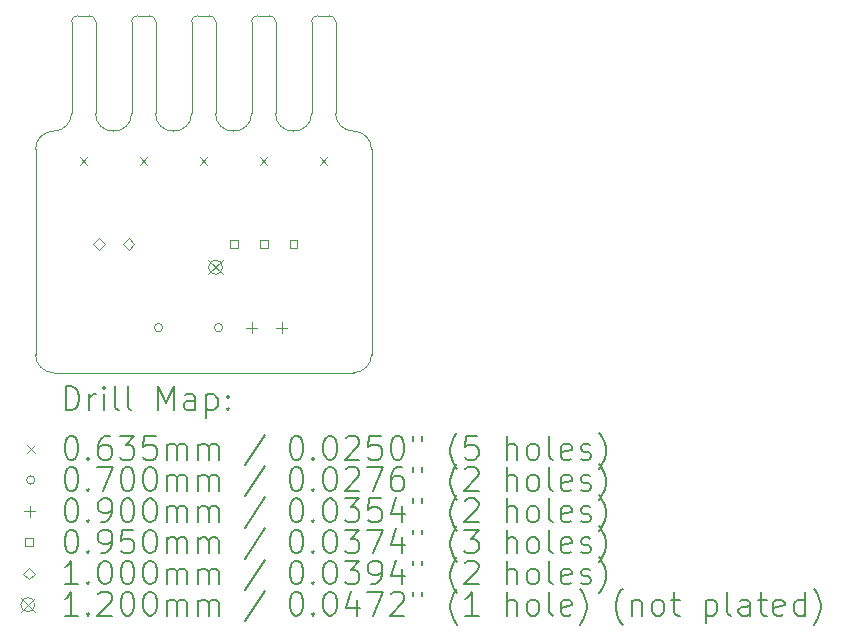
<source format=gbr>
%TF.GenerationSoftware,KiCad,Pcbnew,8.0.1*%
%TF.CreationDate,2024-05-01T10:03:25+09:00*%
%TF.ProjectId,LaserControlConnector,4c617365-7243-46f6-9e74-726f6c436f6e,rev?*%
%TF.SameCoordinates,Original*%
%TF.FileFunction,Drillmap*%
%TF.FilePolarity,Positive*%
%FSLAX45Y45*%
G04 Gerber Fmt 4.5, Leading zero omitted, Abs format (unit mm)*
G04 Created by KiCad (PCBNEW 8.0.1) date 2024-05-01 10:03:25*
%MOMM*%
%LPD*%
G01*
G04 APERTURE LIST*
%ADD10C,0.100000*%
%ADD11C,0.200000*%
%ADD12C,0.120000*%
G04 APERTURE END LIST*
D10*
X12801600Y-8089900D02*
X12801600Y-9829800D01*
X13106400Y-7785100D02*
X13106400Y-7010400D01*
X14173200Y-6959600D02*
X14274800Y-6959600D01*
X13614400Y-7010400D02*
G75*
G02*
X13665200Y-6959600I50800J0D01*
G01*
X13258800Y-6959600D02*
G75*
G02*
X13309600Y-7010400I0J-50800D01*
G01*
X13665200Y-6959600D02*
X13766800Y-6959600D01*
X12954000Y-9982200D02*
G75*
G02*
X12801600Y-9829800I0J152400D01*
G01*
X13106400Y-7785100D02*
G75*
G02*
X12954000Y-7937500I-151970J-430D01*
G01*
X13614400Y-7785100D02*
X13614400Y-7010400D01*
X13309600Y-7785100D02*
X13309600Y-7010400D01*
X14122400Y-7010400D02*
G75*
G02*
X14173200Y-6959600I50800J0D01*
G01*
X13766800Y-6959600D02*
G75*
G02*
X13817600Y-7010400I0J-50800D01*
G01*
X15494000Y-7937500D02*
G75*
G02*
X15341600Y-7785100I0J152400D01*
G01*
X15646400Y-8089900D02*
X15646400Y-9829800D01*
X15138400Y-7785100D02*
G75*
G02*
X14833600Y-7785100I-152400J0D01*
G01*
X15189200Y-6959600D02*
X15290800Y-6959600D01*
X15341600Y-7785100D02*
X15341600Y-7010400D01*
X14274800Y-6959600D02*
G75*
G02*
X14325600Y-7010400I0J-50800D01*
G01*
X14630400Y-7785100D02*
G75*
G02*
X14325600Y-7785100I-152400J0D01*
G01*
X14782800Y-6959600D02*
G75*
G02*
X14833600Y-7010400I0J-50800D01*
G01*
X13157200Y-6959600D02*
X13258800Y-6959600D01*
X14325600Y-7785100D02*
X14325600Y-7010400D01*
X13614400Y-7785100D02*
G75*
G02*
X13309600Y-7785100I-152400J0D01*
G01*
X15138400Y-7785100D02*
X15138400Y-7010400D01*
X14833600Y-7785100D02*
X14833600Y-7010400D01*
X13817600Y-7785100D02*
X13817600Y-7010400D01*
X15494000Y-7937500D02*
G75*
G02*
X15646400Y-8089900I0J-152400D01*
G01*
X15290800Y-6959600D02*
G75*
G02*
X15341600Y-7010400I0J-50800D01*
G01*
X13106400Y-7010400D02*
G75*
G02*
X13157200Y-6959600I50800J0D01*
G01*
X14122400Y-7785100D02*
G75*
G02*
X13817600Y-7785100I-152400J0D01*
G01*
X15138400Y-7010400D02*
G75*
G02*
X15189200Y-6959600I50800J0D01*
G01*
X12954000Y-9982200D02*
X15494000Y-9982200D01*
X14630400Y-7010400D02*
G75*
G02*
X14681200Y-6959600I50800J0D01*
G01*
X15646400Y-9829800D02*
G75*
G02*
X15494000Y-9982200I-152400J0D01*
G01*
X14122400Y-7785100D02*
X14122400Y-7010400D01*
X12801600Y-8089900D02*
G75*
G02*
X12954000Y-7937500I152400J0D01*
G01*
X14681200Y-6959600D02*
X14782800Y-6959600D01*
X14630400Y-7785100D02*
X14630400Y-7010400D01*
D11*
D10*
X13176250Y-8159750D02*
X13239750Y-8223250D01*
X13239750Y-8159750D02*
X13176250Y-8223250D01*
X13684250Y-8159750D02*
X13747750Y-8223250D01*
X13747750Y-8159750D02*
X13684250Y-8223250D01*
X14192250Y-8159750D02*
X14255750Y-8223250D01*
X14255750Y-8159750D02*
X14192250Y-8223250D01*
X14700250Y-8159750D02*
X14763750Y-8223250D01*
X14763750Y-8159750D02*
X14700250Y-8223250D01*
X15208250Y-8159750D02*
X15271750Y-8223250D01*
X15271750Y-8159750D02*
X15208250Y-8223250D01*
X13878000Y-9601200D02*
G75*
G02*
X13808000Y-9601200I-35000J0D01*
G01*
X13808000Y-9601200D02*
G75*
G02*
X13878000Y-9601200I35000J0D01*
G01*
X14386000Y-9601200D02*
G75*
G02*
X14316000Y-9601200I-35000J0D01*
G01*
X14316000Y-9601200D02*
G75*
G02*
X14386000Y-9601200I35000J0D01*
G01*
X14630400Y-9556200D02*
X14630400Y-9646200D01*
X14585400Y-9601200D02*
X14675400Y-9601200D01*
X14884400Y-9556200D02*
X14884400Y-9646200D01*
X14839400Y-9601200D02*
X14929400Y-9601200D01*
X14519588Y-8923588D02*
X14519588Y-8856412D01*
X14452412Y-8856412D01*
X14452412Y-8923588D01*
X14519588Y-8923588D01*
X14769588Y-8923588D02*
X14769588Y-8856412D01*
X14702412Y-8856412D01*
X14702412Y-8923588D01*
X14769588Y-8923588D01*
X15019588Y-8923588D02*
X15019588Y-8856412D01*
X14952412Y-8856412D01*
X14952412Y-8923588D01*
X15019588Y-8923588D01*
X13339000Y-8940000D02*
X13389000Y-8890000D01*
X13339000Y-8840000D01*
X13289000Y-8890000D01*
X13339000Y-8940000D01*
X13589000Y-8940000D02*
X13639000Y-8890000D01*
X13589000Y-8840000D01*
X13539000Y-8890000D01*
X13589000Y-8940000D01*
D12*
X14266000Y-9030000D02*
X14386000Y-9150000D01*
X14386000Y-9030000D02*
X14266000Y-9150000D01*
X14386000Y-9090000D02*
G75*
G02*
X14266000Y-9090000I-60000J0D01*
G01*
X14266000Y-9090000D02*
G75*
G02*
X14386000Y-9090000I60000J0D01*
G01*
D11*
X13057377Y-10298684D02*
X13057377Y-10098684D01*
X13057377Y-10098684D02*
X13104996Y-10098684D01*
X13104996Y-10098684D02*
X13133567Y-10108208D01*
X13133567Y-10108208D02*
X13152615Y-10127255D01*
X13152615Y-10127255D02*
X13162139Y-10146303D01*
X13162139Y-10146303D02*
X13171662Y-10184398D01*
X13171662Y-10184398D02*
X13171662Y-10212970D01*
X13171662Y-10212970D02*
X13162139Y-10251065D01*
X13162139Y-10251065D02*
X13152615Y-10270112D01*
X13152615Y-10270112D02*
X13133567Y-10289160D01*
X13133567Y-10289160D02*
X13104996Y-10298684D01*
X13104996Y-10298684D02*
X13057377Y-10298684D01*
X13257377Y-10298684D02*
X13257377Y-10165350D01*
X13257377Y-10203446D02*
X13266901Y-10184398D01*
X13266901Y-10184398D02*
X13276424Y-10174874D01*
X13276424Y-10174874D02*
X13295472Y-10165350D01*
X13295472Y-10165350D02*
X13314520Y-10165350D01*
X13381186Y-10298684D02*
X13381186Y-10165350D01*
X13381186Y-10098684D02*
X13371662Y-10108208D01*
X13371662Y-10108208D02*
X13381186Y-10117731D01*
X13381186Y-10117731D02*
X13390710Y-10108208D01*
X13390710Y-10108208D02*
X13381186Y-10098684D01*
X13381186Y-10098684D02*
X13381186Y-10117731D01*
X13504996Y-10298684D02*
X13485948Y-10289160D01*
X13485948Y-10289160D02*
X13476424Y-10270112D01*
X13476424Y-10270112D02*
X13476424Y-10098684D01*
X13609758Y-10298684D02*
X13590710Y-10289160D01*
X13590710Y-10289160D02*
X13581186Y-10270112D01*
X13581186Y-10270112D02*
X13581186Y-10098684D01*
X13838329Y-10298684D02*
X13838329Y-10098684D01*
X13838329Y-10098684D02*
X13904996Y-10241541D01*
X13904996Y-10241541D02*
X13971662Y-10098684D01*
X13971662Y-10098684D02*
X13971662Y-10298684D01*
X14152615Y-10298684D02*
X14152615Y-10193922D01*
X14152615Y-10193922D02*
X14143091Y-10174874D01*
X14143091Y-10174874D02*
X14124043Y-10165350D01*
X14124043Y-10165350D02*
X14085948Y-10165350D01*
X14085948Y-10165350D02*
X14066901Y-10174874D01*
X14152615Y-10289160D02*
X14133567Y-10298684D01*
X14133567Y-10298684D02*
X14085948Y-10298684D01*
X14085948Y-10298684D02*
X14066901Y-10289160D01*
X14066901Y-10289160D02*
X14057377Y-10270112D01*
X14057377Y-10270112D02*
X14057377Y-10251065D01*
X14057377Y-10251065D02*
X14066901Y-10232017D01*
X14066901Y-10232017D02*
X14085948Y-10222493D01*
X14085948Y-10222493D02*
X14133567Y-10222493D01*
X14133567Y-10222493D02*
X14152615Y-10212970D01*
X14247853Y-10165350D02*
X14247853Y-10365350D01*
X14247853Y-10174874D02*
X14266901Y-10165350D01*
X14266901Y-10165350D02*
X14304996Y-10165350D01*
X14304996Y-10165350D02*
X14324043Y-10174874D01*
X14324043Y-10174874D02*
X14333567Y-10184398D01*
X14333567Y-10184398D02*
X14343091Y-10203446D01*
X14343091Y-10203446D02*
X14343091Y-10260589D01*
X14343091Y-10260589D02*
X14333567Y-10279636D01*
X14333567Y-10279636D02*
X14324043Y-10289160D01*
X14324043Y-10289160D02*
X14304996Y-10298684D01*
X14304996Y-10298684D02*
X14266901Y-10298684D01*
X14266901Y-10298684D02*
X14247853Y-10289160D01*
X14428805Y-10279636D02*
X14438329Y-10289160D01*
X14438329Y-10289160D02*
X14428805Y-10298684D01*
X14428805Y-10298684D02*
X14419282Y-10289160D01*
X14419282Y-10289160D02*
X14428805Y-10279636D01*
X14428805Y-10279636D02*
X14428805Y-10298684D01*
X14428805Y-10174874D02*
X14438329Y-10184398D01*
X14438329Y-10184398D02*
X14428805Y-10193922D01*
X14428805Y-10193922D02*
X14419282Y-10184398D01*
X14419282Y-10184398D02*
X14428805Y-10174874D01*
X14428805Y-10174874D02*
X14428805Y-10193922D01*
D10*
X12733100Y-10595450D02*
X12796600Y-10658950D01*
X12796600Y-10595450D02*
X12733100Y-10658950D01*
D11*
X13095472Y-10518684D02*
X13114520Y-10518684D01*
X13114520Y-10518684D02*
X13133567Y-10528208D01*
X13133567Y-10528208D02*
X13143091Y-10537731D01*
X13143091Y-10537731D02*
X13152615Y-10556779D01*
X13152615Y-10556779D02*
X13162139Y-10594874D01*
X13162139Y-10594874D02*
X13162139Y-10642493D01*
X13162139Y-10642493D02*
X13152615Y-10680589D01*
X13152615Y-10680589D02*
X13143091Y-10699636D01*
X13143091Y-10699636D02*
X13133567Y-10709160D01*
X13133567Y-10709160D02*
X13114520Y-10718684D01*
X13114520Y-10718684D02*
X13095472Y-10718684D01*
X13095472Y-10718684D02*
X13076424Y-10709160D01*
X13076424Y-10709160D02*
X13066901Y-10699636D01*
X13066901Y-10699636D02*
X13057377Y-10680589D01*
X13057377Y-10680589D02*
X13047853Y-10642493D01*
X13047853Y-10642493D02*
X13047853Y-10594874D01*
X13047853Y-10594874D02*
X13057377Y-10556779D01*
X13057377Y-10556779D02*
X13066901Y-10537731D01*
X13066901Y-10537731D02*
X13076424Y-10528208D01*
X13076424Y-10528208D02*
X13095472Y-10518684D01*
X13247853Y-10699636D02*
X13257377Y-10709160D01*
X13257377Y-10709160D02*
X13247853Y-10718684D01*
X13247853Y-10718684D02*
X13238329Y-10709160D01*
X13238329Y-10709160D02*
X13247853Y-10699636D01*
X13247853Y-10699636D02*
X13247853Y-10718684D01*
X13428805Y-10518684D02*
X13390710Y-10518684D01*
X13390710Y-10518684D02*
X13371662Y-10528208D01*
X13371662Y-10528208D02*
X13362139Y-10537731D01*
X13362139Y-10537731D02*
X13343091Y-10566303D01*
X13343091Y-10566303D02*
X13333567Y-10604398D01*
X13333567Y-10604398D02*
X13333567Y-10680589D01*
X13333567Y-10680589D02*
X13343091Y-10699636D01*
X13343091Y-10699636D02*
X13352615Y-10709160D01*
X13352615Y-10709160D02*
X13371662Y-10718684D01*
X13371662Y-10718684D02*
X13409758Y-10718684D01*
X13409758Y-10718684D02*
X13428805Y-10709160D01*
X13428805Y-10709160D02*
X13438329Y-10699636D01*
X13438329Y-10699636D02*
X13447853Y-10680589D01*
X13447853Y-10680589D02*
X13447853Y-10632970D01*
X13447853Y-10632970D02*
X13438329Y-10613922D01*
X13438329Y-10613922D02*
X13428805Y-10604398D01*
X13428805Y-10604398D02*
X13409758Y-10594874D01*
X13409758Y-10594874D02*
X13371662Y-10594874D01*
X13371662Y-10594874D02*
X13352615Y-10604398D01*
X13352615Y-10604398D02*
X13343091Y-10613922D01*
X13343091Y-10613922D02*
X13333567Y-10632970D01*
X13514520Y-10518684D02*
X13638329Y-10518684D01*
X13638329Y-10518684D02*
X13571662Y-10594874D01*
X13571662Y-10594874D02*
X13600234Y-10594874D01*
X13600234Y-10594874D02*
X13619282Y-10604398D01*
X13619282Y-10604398D02*
X13628805Y-10613922D01*
X13628805Y-10613922D02*
X13638329Y-10632970D01*
X13638329Y-10632970D02*
X13638329Y-10680589D01*
X13638329Y-10680589D02*
X13628805Y-10699636D01*
X13628805Y-10699636D02*
X13619282Y-10709160D01*
X13619282Y-10709160D02*
X13600234Y-10718684D01*
X13600234Y-10718684D02*
X13543091Y-10718684D01*
X13543091Y-10718684D02*
X13524043Y-10709160D01*
X13524043Y-10709160D02*
X13514520Y-10699636D01*
X13819282Y-10518684D02*
X13724043Y-10518684D01*
X13724043Y-10518684D02*
X13714520Y-10613922D01*
X13714520Y-10613922D02*
X13724043Y-10604398D01*
X13724043Y-10604398D02*
X13743091Y-10594874D01*
X13743091Y-10594874D02*
X13790710Y-10594874D01*
X13790710Y-10594874D02*
X13809758Y-10604398D01*
X13809758Y-10604398D02*
X13819282Y-10613922D01*
X13819282Y-10613922D02*
X13828805Y-10632970D01*
X13828805Y-10632970D02*
X13828805Y-10680589D01*
X13828805Y-10680589D02*
X13819282Y-10699636D01*
X13819282Y-10699636D02*
X13809758Y-10709160D01*
X13809758Y-10709160D02*
X13790710Y-10718684D01*
X13790710Y-10718684D02*
X13743091Y-10718684D01*
X13743091Y-10718684D02*
X13724043Y-10709160D01*
X13724043Y-10709160D02*
X13714520Y-10699636D01*
X13914520Y-10718684D02*
X13914520Y-10585350D01*
X13914520Y-10604398D02*
X13924043Y-10594874D01*
X13924043Y-10594874D02*
X13943091Y-10585350D01*
X13943091Y-10585350D02*
X13971663Y-10585350D01*
X13971663Y-10585350D02*
X13990710Y-10594874D01*
X13990710Y-10594874D02*
X14000234Y-10613922D01*
X14000234Y-10613922D02*
X14000234Y-10718684D01*
X14000234Y-10613922D02*
X14009758Y-10594874D01*
X14009758Y-10594874D02*
X14028805Y-10585350D01*
X14028805Y-10585350D02*
X14057377Y-10585350D01*
X14057377Y-10585350D02*
X14076424Y-10594874D01*
X14076424Y-10594874D02*
X14085948Y-10613922D01*
X14085948Y-10613922D02*
X14085948Y-10718684D01*
X14181186Y-10718684D02*
X14181186Y-10585350D01*
X14181186Y-10604398D02*
X14190710Y-10594874D01*
X14190710Y-10594874D02*
X14209758Y-10585350D01*
X14209758Y-10585350D02*
X14238329Y-10585350D01*
X14238329Y-10585350D02*
X14257377Y-10594874D01*
X14257377Y-10594874D02*
X14266901Y-10613922D01*
X14266901Y-10613922D02*
X14266901Y-10718684D01*
X14266901Y-10613922D02*
X14276424Y-10594874D01*
X14276424Y-10594874D02*
X14295472Y-10585350D01*
X14295472Y-10585350D02*
X14324043Y-10585350D01*
X14324043Y-10585350D02*
X14343091Y-10594874D01*
X14343091Y-10594874D02*
X14352615Y-10613922D01*
X14352615Y-10613922D02*
X14352615Y-10718684D01*
X14743091Y-10509160D02*
X14571663Y-10766303D01*
X15000234Y-10518684D02*
X15019282Y-10518684D01*
X15019282Y-10518684D02*
X15038329Y-10528208D01*
X15038329Y-10528208D02*
X15047853Y-10537731D01*
X15047853Y-10537731D02*
X15057377Y-10556779D01*
X15057377Y-10556779D02*
X15066901Y-10594874D01*
X15066901Y-10594874D02*
X15066901Y-10642493D01*
X15066901Y-10642493D02*
X15057377Y-10680589D01*
X15057377Y-10680589D02*
X15047853Y-10699636D01*
X15047853Y-10699636D02*
X15038329Y-10709160D01*
X15038329Y-10709160D02*
X15019282Y-10718684D01*
X15019282Y-10718684D02*
X15000234Y-10718684D01*
X15000234Y-10718684D02*
X14981186Y-10709160D01*
X14981186Y-10709160D02*
X14971663Y-10699636D01*
X14971663Y-10699636D02*
X14962139Y-10680589D01*
X14962139Y-10680589D02*
X14952615Y-10642493D01*
X14952615Y-10642493D02*
X14952615Y-10594874D01*
X14952615Y-10594874D02*
X14962139Y-10556779D01*
X14962139Y-10556779D02*
X14971663Y-10537731D01*
X14971663Y-10537731D02*
X14981186Y-10528208D01*
X14981186Y-10528208D02*
X15000234Y-10518684D01*
X15152615Y-10699636D02*
X15162139Y-10709160D01*
X15162139Y-10709160D02*
X15152615Y-10718684D01*
X15152615Y-10718684D02*
X15143091Y-10709160D01*
X15143091Y-10709160D02*
X15152615Y-10699636D01*
X15152615Y-10699636D02*
X15152615Y-10718684D01*
X15285948Y-10518684D02*
X15304996Y-10518684D01*
X15304996Y-10518684D02*
X15324044Y-10528208D01*
X15324044Y-10528208D02*
X15333567Y-10537731D01*
X15333567Y-10537731D02*
X15343091Y-10556779D01*
X15343091Y-10556779D02*
X15352615Y-10594874D01*
X15352615Y-10594874D02*
X15352615Y-10642493D01*
X15352615Y-10642493D02*
X15343091Y-10680589D01*
X15343091Y-10680589D02*
X15333567Y-10699636D01*
X15333567Y-10699636D02*
X15324044Y-10709160D01*
X15324044Y-10709160D02*
X15304996Y-10718684D01*
X15304996Y-10718684D02*
X15285948Y-10718684D01*
X15285948Y-10718684D02*
X15266901Y-10709160D01*
X15266901Y-10709160D02*
X15257377Y-10699636D01*
X15257377Y-10699636D02*
X15247853Y-10680589D01*
X15247853Y-10680589D02*
X15238329Y-10642493D01*
X15238329Y-10642493D02*
X15238329Y-10594874D01*
X15238329Y-10594874D02*
X15247853Y-10556779D01*
X15247853Y-10556779D02*
X15257377Y-10537731D01*
X15257377Y-10537731D02*
X15266901Y-10528208D01*
X15266901Y-10528208D02*
X15285948Y-10518684D01*
X15428806Y-10537731D02*
X15438329Y-10528208D01*
X15438329Y-10528208D02*
X15457377Y-10518684D01*
X15457377Y-10518684D02*
X15504996Y-10518684D01*
X15504996Y-10518684D02*
X15524044Y-10528208D01*
X15524044Y-10528208D02*
X15533567Y-10537731D01*
X15533567Y-10537731D02*
X15543091Y-10556779D01*
X15543091Y-10556779D02*
X15543091Y-10575827D01*
X15543091Y-10575827D02*
X15533567Y-10604398D01*
X15533567Y-10604398D02*
X15419282Y-10718684D01*
X15419282Y-10718684D02*
X15543091Y-10718684D01*
X15724044Y-10518684D02*
X15628806Y-10518684D01*
X15628806Y-10518684D02*
X15619282Y-10613922D01*
X15619282Y-10613922D02*
X15628806Y-10604398D01*
X15628806Y-10604398D02*
X15647853Y-10594874D01*
X15647853Y-10594874D02*
X15695472Y-10594874D01*
X15695472Y-10594874D02*
X15714520Y-10604398D01*
X15714520Y-10604398D02*
X15724044Y-10613922D01*
X15724044Y-10613922D02*
X15733567Y-10632970D01*
X15733567Y-10632970D02*
X15733567Y-10680589D01*
X15733567Y-10680589D02*
X15724044Y-10699636D01*
X15724044Y-10699636D02*
X15714520Y-10709160D01*
X15714520Y-10709160D02*
X15695472Y-10718684D01*
X15695472Y-10718684D02*
X15647853Y-10718684D01*
X15647853Y-10718684D02*
X15628806Y-10709160D01*
X15628806Y-10709160D02*
X15619282Y-10699636D01*
X15857377Y-10518684D02*
X15876425Y-10518684D01*
X15876425Y-10518684D02*
X15895472Y-10528208D01*
X15895472Y-10528208D02*
X15904996Y-10537731D01*
X15904996Y-10537731D02*
X15914520Y-10556779D01*
X15914520Y-10556779D02*
X15924044Y-10594874D01*
X15924044Y-10594874D02*
X15924044Y-10642493D01*
X15924044Y-10642493D02*
X15914520Y-10680589D01*
X15914520Y-10680589D02*
X15904996Y-10699636D01*
X15904996Y-10699636D02*
X15895472Y-10709160D01*
X15895472Y-10709160D02*
X15876425Y-10718684D01*
X15876425Y-10718684D02*
X15857377Y-10718684D01*
X15857377Y-10718684D02*
X15838329Y-10709160D01*
X15838329Y-10709160D02*
X15828806Y-10699636D01*
X15828806Y-10699636D02*
X15819282Y-10680589D01*
X15819282Y-10680589D02*
X15809758Y-10642493D01*
X15809758Y-10642493D02*
X15809758Y-10594874D01*
X15809758Y-10594874D02*
X15819282Y-10556779D01*
X15819282Y-10556779D02*
X15828806Y-10537731D01*
X15828806Y-10537731D02*
X15838329Y-10528208D01*
X15838329Y-10528208D02*
X15857377Y-10518684D01*
X16000234Y-10518684D02*
X16000234Y-10556779D01*
X16076425Y-10518684D02*
X16076425Y-10556779D01*
X16371663Y-10794874D02*
X16362139Y-10785350D01*
X16362139Y-10785350D02*
X16343091Y-10756779D01*
X16343091Y-10756779D02*
X16333568Y-10737731D01*
X16333568Y-10737731D02*
X16324044Y-10709160D01*
X16324044Y-10709160D02*
X16314520Y-10661541D01*
X16314520Y-10661541D02*
X16314520Y-10623446D01*
X16314520Y-10623446D02*
X16324044Y-10575827D01*
X16324044Y-10575827D02*
X16333568Y-10547255D01*
X16333568Y-10547255D02*
X16343091Y-10528208D01*
X16343091Y-10528208D02*
X16362139Y-10499636D01*
X16362139Y-10499636D02*
X16371663Y-10490112D01*
X16543091Y-10518684D02*
X16447853Y-10518684D01*
X16447853Y-10518684D02*
X16438329Y-10613922D01*
X16438329Y-10613922D02*
X16447853Y-10604398D01*
X16447853Y-10604398D02*
X16466901Y-10594874D01*
X16466901Y-10594874D02*
X16514520Y-10594874D01*
X16514520Y-10594874D02*
X16533568Y-10604398D01*
X16533568Y-10604398D02*
X16543091Y-10613922D01*
X16543091Y-10613922D02*
X16552615Y-10632970D01*
X16552615Y-10632970D02*
X16552615Y-10680589D01*
X16552615Y-10680589D02*
X16543091Y-10699636D01*
X16543091Y-10699636D02*
X16533568Y-10709160D01*
X16533568Y-10709160D02*
X16514520Y-10718684D01*
X16514520Y-10718684D02*
X16466901Y-10718684D01*
X16466901Y-10718684D02*
X16447853Y-10709160D01*
X16447853Y-10709160D02*
X16438329Y-10699636D01*
X16790711Y-10718684D02*
X16790711Y-10518684D01*
X16876425Y-10718684D02*
X16876425Y-10613922D01*
X16876425Y-10613922D02*
X16866901Y-10594874D01*
X16866901Y-10594874D02*
X16847853Y-10585350D01*
X16847853Y-10585350D02*
X16819282Y-10585350D01*
X16819282Y-10585350D02*
X16800234Y-10594874D01*
X16800234Y-10594874D02*
X16790711Y-10604398D01*
X17000234Y-10718684D02*
X16981187Y-10709160D01*
X16981187Y-10709160D02*
X16971663Y-10699636D01*
X16971663Y-10699636D02*
X16962139Y-10680589D01*
X16962139Y-10680589D02*
X16962139Y-10623446D01*
X16962139Y-10623446D02*
X16971663Y-10604398D01*
X16971663Y-10604398D02*
X16981187Y-10594874D01*
X16981187Y-10594874D02*
X17000234Y-10585350D01*
X17000234Y-10585350D02*
X17028806Y-10585350D01*
X17028806Y-10585350D02*
X17047853Y-10594874D01*
X17047853Y-10594874D02*
X17057377Y-10604398D01*
X17057377Y-10604398D02*
X17066901Y-10623446D01*
X17066901Y-10623446D02*
X17066901Y-10680589D01*
X17066901Y-10680589D02*
X17057377Y-10699636D01*
X17057377Y-10699636D02*
X17047853Y-10709160D01*
X17047853Y-10709160D02*
X17028806Y-10718684D01*
X17028806Y-10718684D02*
X17000234Y-10718684D01*
X17181187Y-10718684D02*
X17162139Y-10709160D01*
X17162139Y-10709160D02*
X17152615Y-10690112D01*
X17152615Y-10690112D02*
X17152615Y-10518684D01*
X17333568Y-10709160D02*
X17314520Y-10718684D01*
X17314520Y-10718684D02*
X17276425Y-10718684D01*
X17276425Y-10718684D02*
X17257377Y-10709160D01*
X17257377Y-10709160D02*
X17247853Y-10690112D01*
X17247853Y-10690112D02*
X17247853Y-10613922D01*
X17247853Y-10613922D02*
X17257377Y-10594874D01*
X17257377Y-10594874D02*
X17276425Y-10585350D01*
X17276425Y-10585350D02*
X17314520Y-10585350D01*
X17314520Y-10585350D02*
X17333568Y-10594874D01*
X17333568Y-10594874D02*
X17343092Y-10613922D01*
X17343092Y-10613922D02*
X17343092Y-10632970D01*
X17343092Y-10632970D02*
X17247853Y-10652017D01*
X17419282Y-10709160D02*
X17438330Y-10718684D01*
X17438330Y-10718684D02*
X17476425Y-10718684D01*
X17476425Y-10718684D02*
X17495473Y-10709160D01*
X17495473Y-10709160D02*
X17504996Y-10690112D01*
X17504996Y-10690112D02*
X17504996Y-10680589D01*
X17504996Y-10680589D02*
X17495473Y-10661541D01*
X17495473Y-10661541D02*
X17476425Y-10652017D01*
X17476425Y-10652017D02*
X17447853Y-10652017D01*
X17447853Y-10652017D02*
X17428806Y-10642493D01*
X17428806Y-10642493D02*
X17419282Y-10623446D01*
X17419282Y-10623446D02*
X17419282Y-10613922D01*
X17419282Y-10613922D02*
X17428806Y-10594874D01*
X17428806Y-10594874D02*
X17447853Y-10585350D01*
X17447853Y-10585350D02*
X17476425Y-10585350D01*
X17476425Y-10585350D02*
X17495473Y-10594874D01*
X17571663Y-10794874D02*
X17581187Y-10785350D01*
X17581187Y-10785350D02*
X17600234Y-10756779D01*
X17600234Y-10756779D02*
X17609758Y-10737731D01*
X17609758Y-10737731D02*
X17619282Y-10709160D01*
X17619282Y-10709160D02*
X17628806Y-10661541D01*
X17628806Y-10661541D02*
X17628806Y-10623446D01*
X17628806Y-10623446D02*
X17619282Y-10575827D01*
X17619282Y-10575827D02*
X17609758Y-10547255D01*
X17609758Y-10547255D02*
X17600234Y-10528208D01*
X17600234Y-10528208D02*
X17581187Y-10499636D01*
X17581187Y-10499636D02*
X17571663Y-10490112D01*
D10*
X12796600Y-10891200D02*
G75*
G02*
X12726600Y-10891200I-35000J0D01*
G01*
X12726600Y-10891200D02*
G75*
G02*
X12796600Y-10891200I35000J0D01*
G01*
D11*
X13095472Y-10782684D02*
X13114520Y-10782684D01*
X13114520Y-10782684D02*
X13133567Y-10792208D01*
X13133567Y-10792208D02*
X13143091Y-10801731D01*
X13143091Y-10801731D02*
X13152615Y-10820779D01*
X13152615Y-10820779D02*
X13162139Y-10858874D01*
X13162139Y-10858874D02*
X13162139Y-10906493D01*
X13162139Y-10906493D02*
X13152615Y-10944589D01*
X13152615Y-10944589D02*
X13143091Y-10963636D01*
X13143091Y-10963636D02*
X13133567Y-10973160D01*
X13133567Y-10973160D02*
X13114520Y-10982684D01*
X13114520Y-10982684D02*
X13095472Y-10982684D01*
X13095472Y-10982684D02*
X13076424Y-10973160D01*
X13076424Y-10973160D02*
X13066901Y-10963636D01*
X13066901Y-10963636D02*
X13057377Y-10944589D01*
X13057377Y-10944589D02*
X13047853Y-10906493D01*
X13047853Y-10906493D02*
X13047853Y-10858874D01*
X13047853Y-10858874D02*
X13057377Y-10820779D01*
X13057377Y-10820779D02*
X13066901Y-10801731D01*
X13066901Y-10801731D02*
X13076424Y-10792208D01*
X13076424Y-10792208D02*
X13095472Y-10782684D01*
X13247853Y-10963636D02*
X13257377Y-10973160D01*
X13257377Y-10973160D02*
X13247853Y-10982684D01*
X13247853Y-10982684D02*
X13238329Y-10973160D01*
X13238329Y-10973160D02*
X13247853Y-10963636D01*
X13247853Y-10963636D02*
X13247853Y-10982684D01*
X13324043Y-10782684D02*
X13457377Y-10782684D01*
X13457377Y-10782684D02*
X13371662Y-10982684D01*
X13571662Y-10782684D02*
X13590710Y-10782684D01*
X13590710Y-10782684D02*
X13609758Y-10792208D01*
X13609758Y-10792208D02*
X13619282Y-10801731D01*
X13619282Y-10801731D02*
X13628805Y-10820779D01*
X13628805Y-10820779D02*
X13638329Y-10858874D01*
X13638329Y-10858874D02*
X13638329Y-10906493D01*
X13638329Y-10906493D02*
X13628805Y-10944589D01*
X13628805Y-10944589D02*
X13619282Y-10963636D01*
X13619282Y-10963636D02*
X13609758Y-10973160D01*
X13609758Y-10973160D02*
X13590710Y-10982684D01*
X13590710Y-10982684D02*
X13571662Y-10982684D01*
X13571662Y-10982684D02*
X13552615Y-10973160D01*
X13552615Y-10973160D02*
X13543091Y-10963636D01*
X13543091Y-10963636D02*
X13533567Y-10944589D01*
X13533567Y-10944589D02*
X13524043Y-10906493D01*
X13524043Y-10906493D02*
X13524043Y-10858874D01*
X13524043Y-10858874D02*
X13533567Y-10820779D01*
X13533567Y-10820779D02*
X13543091Y-10801731D01*
X13543091Y-10801731D02*
X13552615Y-10792208D01*
X13552615Y-10792208D02*
X13571662Y-10782684D01*
X13762139Y-10782684D02*
X13781186Y-10782684D01*
X13781186Y-10782684D02*
X13800234Y-10792208D01*
X13800234Y-10792208D02*
X13809758Y-10801731D01*
X13809758Y-10801731D02*
X13819282Y-10820779D01*
X13819282Y-10820779D02*
X13828805Y-10858874D01*
X13828805Y-10858874D02*
X13828805Y-10906493D01*
X13828805Y-10906493D02*
X13819282Y-10944589D01*
X13819282Y-10944589D02*
X13809758Y-10963636D01*
X13809758Y-10963636D02*
X13800234Y-10973160D01*
X13800234Y-10973160D02*
X13781186Y-10982684D01*
X13781186Y-10982684D02*
X13762139Y-10982684D01*
X13762139Y-10982684D02*
X13743091Y-10973160D01*
X13743091Y-10973160D02*
X13733567Y-10963636D01*
X13733567Y-10963636D02*
X13724043Y-10944589D01*
X13724043Y-10944589D02*
X13714520Y-10906493D01*
X13714520Y-10906493D02*
X13714520Y-10858874D01*
X13714520Y-10858874D02*
X13724043Y-10820779D01*
X13724043Y-10820779D02*
X13733567Y-10801731D01*
X13733567Y-10801731D02*
X13743091Y-10792208D01*
X13743091Y-10792208D02*
X13762139Y-10782684D01*
X13914520Y-10982684D02*
X13914520Y-10849350D01*
X13914520Y-10868398D02*
X13924043Y-10858874D01*
X13924043Y-10858874D02*
X13943091Y-10849350D01*
X13943091Y-10849350D02*
X13971663Y-10849350D01*
X13971663Y-10849350D02*
X13990710Y-10858874D01*
X13990710Y-10858874D02*
X14000234Y-10877922D01*
X14000234Y-10877922D02*
X14000234Y-10982684D01*
X14000234Y-10877922D02*
X14009758Y-10858874D01*
X14009758Y-10858874D02*
X14028805Y-10849350D01*
X14028805Y-10849350D02*
X14057377Y-10849350D01*
X14057377Y-10849350D02*
X14076424Y-10858874D01*
X14076424Y-10858874D02*
X14085948Y-10877922D01*
X14085948Y-10877922D02*
X14085948Y-10982684D01*
X14181186Y-10982684D02*
X14181186Y-10849350D01*
X14181186Y-10868398D02*
X14190710Y-10858874D01*
X14190710Y-10858874D02*
X14209758Y-10849350D01*
X14209758Y-10849350D02*
X14238329Y-10849350D01*
X14238329Y-10849350D02*
X14257377Y-10858874D01*
X14257377Y-10858874D02*
X14266901Y-10877922D01*
X14266901Y-10877922D02*
X14266901Y-10982684D01*
X14266901Y-10877922D02*
X14276424Y-10858874D01*
X14276424Y-10858874D02*
X14295472Y-10849350D01*
X14295472Y-10849350D02*
X14324043Y-10849350D01*
X14324043Y-10849350D02*
X14343091Y-10858874D01*
X14343091Y-10858874D02*
X14352615Y-10877922D01*
X14352615Y-10877922D02*
X14352615Y-10982684D01*
X14743091Y-10773160D02*
X14571663Y-11030303D01*
X15000234Y-10782684D02*
X15019282Y-10782684D01*
X15019282Y-10782684D02*
X15038329Y-10792208D01*
X15038329Y-10792208D02*
X15047853Y-10801731D01*
X15047853Y-10801731D02*
X15057377Y-10820779D01*
X15057377Y-10820779D02*
X15066901Y-10858874D01*
X15066901Y-10858874D02*
X15066901Y-10906493D01*
X15066901Y-10906493D02*
X15057377Y-10944589D01*
X15057377Y-10944589D02*
X15047853Y-10963636D01*
X15047853Y-10963636D02*
X15038329Y-10973160D01*
X15038329Y-10973160D02*
X15019282Y-10982684D01*
X15019282Y-10982684D02*
X15000234Y-10982684D01*
X15000234Y-10982684D02*
X14981186Y-10973160D01*
X14981186Y-10973160D02*
X14971663Y-10963636D01*
X14971663Y-10963636D02*
X14962139Y-10944589D01*
X14962139Y-10944589D02*
X14952615Y-10906493D01*
X14952615Y-10906493D02*
X14952615Y-10858874D01*
X14952615Y-10858874D02*
X14962139Y-10820779D01*
X14962139Y-10820779D02*
X14971663Y-10801731D01*
X14971663Y-10801731D02*
X14981186Y-10792208D01*
X14981186Y-10792208D02*
X15000234Y-10782684D01*
X15152615Y-10963636D02*
X15162139Y-10973160D01*
X15162139Y-10973160D02*
X15152615Y-10982684D01*
X15152615Y-10982684D02*
X15143091Y-10973160D01*
X15143091Y-10973160D02*
X15152615Y-10963636D01*
X15152615Y-10963636D02*
X15152615Y-10982684D01*
X15285948Y-10782684D02*
X15304996Y-10782684D01*
X15304996Y-10782684D02*
X15324044Y-10792208D01*
X15324044Y-10792208D02*
X15333567Y-10801731D01*
X15333567Y-10801731D02*
X15343091Y-10820779D01*
X15343091Y-10820779D02*
X15352615Y-10858874D01*
X15352615Y-10858874D02*
X15352615Y-10906493D01*
X15352615Y-10906493D02*
X15343091Y-10944589D01*
X15343091Y-10944589D02*
X15333567Y-10963636D01*
X15333567Y-10963636D02*
X15324044Y-10973160D01*
X15324044Y-10973160D02*
X15304996Y-10982684D01*
X15304996Y-10982684D02*
X15285948Y-10982684D01*
X15285948Y-10982684D02*
X15266901Y-10973160D01*
X15266901Y-10973160D02*
X15257377Y-10963636D01*
X15257377Y-10963636D02*
X15247853Y-10944589D01*
X15247853Y-10944589D02*
X15238329Y-10906493D01*
X15238329Y-10906493D02*
X15238329Y-10858874D01*
X15238329Y-10858874D02*
X15247853Y-10820779D01*
X15247853Y-10820779D02*
X15257377Y-10801731D01*
X15257377Y-10801731D02*
X15266901Y-10792208D01*
X15266901Y-10792208D02*
X15285948Y-10782684D01*
X15428806Y-10801731D02*
X15438329Y-10792208D01*
X15438329Y-10792208D02*
X15457377Y-10782684D01*
X15457377Y-10782684D02*
X15504996Y-10782684D01*
X15504996Y-10782684D02*
X15524044Y-10792208D01*
X15524044Y-10792208D02*
X15533567Y-10801731D01*
X15533567Y-10801731D02*
X15543091Y-10820779D01*
X15543091Y-10820779D02*
X15543091Y-10839827D01*
X15543091Y-10839827D02*
X15533567Y-10868398D01*
X15533567Y-10868398D02*
X15419282Y-10982684D01*
X15419282Y-10982684D02*
X15543091Y-10982684D01*
X15609758Y-10782684D02*
X15743091Y-10782684D01*
X15743091Y-10782684D02*
X15657377Y-10982684D01*
X15904996Y-10782684D02*
X15866901Y-10782684D01*
X15866901Y-10782684D02*
X15847853Y-10792208D01*
X15847853Y-10792208D02*
X15838329Y-10801731D01*
X15838329Y-10801731D02*
X15819282Y-10830303D01*
X15819282Y-10830303D02*
X15809758Y-10868398D01*
X15809758Y-10868398D02*
X15809758Y-10944589D01*
X15809758Y-10944589D02*
X15819282Y-10963636D01*
X15819282Y-10963636D02*
X15828806Y-10973160D01*
X15828806Y-10973160D02*
X15847853Y-10982684D01*
X15847853Y-10982684D02*
X15885948Y-10982684D01*
X15885948Y-10982684D02*
X15904996Y-10973160D01*
X15904996Y-10973160D02*
X15914520Y-10963636D01*
X15914520Y-10963636D02*
X15924044Y-10944589D01*
X15924044Y-10944589D02*
X15924044Y-10896970D01*
X15924044Y-10896970D02*
X15914520Y-10877922D01*
X15914520Y-10877922D02*
X15904996Y-10868398D01*
X15904996Y-10868398D02*
X15885948Y-10858874D01*
X15885948Y-10858874D02*
X15847853Y-10858874D01*
X15847853Y-10858874D02*
X15828806Y-10868398D01*
X15828806Y-10868398D02*
X15819282Y-10877922D01*
X15819282Y-10877922D02*
X15809758Y-10896970D01*
X16000234Y-10782684D02*
X16000234Y-10820779D01*
X16076425Y-10782684D02*
X16076425Y-10820779D01*
X16371663Y-11058874D02*
X16362139Y-11049350D01*
X16362139Y-11049350D02*
X16343091Y-11020779D01*
X16343091Y-11020779D02*
X16333568Y-11001731D01*
X16333568Y-11001731D02*
X16324044Y-10973160D01*
X16324044Y-10973160D02*
X16314520Y-10925541D01*
X16314520Y-10925541D02*
X16314520Y-10887446D01*
X16314520Y-10887446D02*
X16324044Y-10839827D01*
X16324044Y-10839827D02*
X16333568Y-10811255D01*
X16333568Y-10811255D02*
X16343091Y-10792208D01*
X16343091Y-10792208D02*
X16362139Y-10763636D01*
X16362139Y-10763636D02*
X16371663Y-10754112D01*
X16438329Y-10801731D02*
X16447853Y-10792208D01*
X16447853Y-10792208D02*
X16466901Y-10782684D01*
X16466901Y-10782684D02*
X16514520Y-10782684D01*
X16514520Y-10782684D02*
X16533568Y-10792208D01*
X16533568Y-10792208D02*
X16543091Y-10801731D01*
X16543091Y-10801731D02*
X16552615Y-10820779D01*
X16552615Y-10820779D02*
X16552615Y-10839827D01*
X16552615Y-10839827D02*
X16543091Y-10868398D01*
X16543091Y-10868398D02*
X16428806Y-10982684D01*
X16428806Y-10982684D02*
X16552615Y-10982684D01*
X16790711Y-10982684D02*
X16790711Y-10782684D01*
X16876425Y-10982684D02*
X16876425Y-10877922D01*
X16876425Y-10877922D02*
X16866901Y-10858874D01*
X16866901Y-10858874D02*
X16847853Y-10849350D01*
X16847853Y-10849350D02*
X16819282Y-10849350D01*
X16819282Y-10849350D02*
X16800234Y-10858874D01*
X16800234Y-10858874D02*
X16790711Y-10868398D01*
X17000234Y-10982684D02*
X16981187Y-10973160D01*
X16981187Y-10973160D02*
X16971663Y-10963636D01*
X16971663Y-10963636D02*
X16962139Y-10944589D01*
X16962139Y-10944589D02*
X16962139Y-10887446D01*
X16962139Y-10887446D02*
X16971663Y-10868398D01*
X16971663Y-10868398D02*
X16981187Y-10858874D01*
X16981187Y-10858874D02*
X17000234Y-10849350D01*
X17000234Y-10849350D02*
X17028806Y-10849350D01*
X17028806Y-10849350D02*
X17047853Y-10858874D01*
X17047853Y-10858874D02*
X17057377Y-10868398D01*
X17057377Y-10868398D02*
X17066901Y-10887446D01*
X17066901Y-10887446D02*
X17066901Y-10944589D01*
X17066901Y-10944589D02*
X17057377Y-10963636D01*
X17057377Y-10963636D02*
X17047853Y-10973160D01*
X17047853Y-10973160D02*
X17028806Y-10982684D01*
X17028806Y-10982684D02*
X17000234Y-10982684D01*
X17181187Y-10982684D02*
X17162139Y-10973160D01*
X17162139Y-10973160D02*
X17152615Y-10954112D01*
X17152615Y-10954112D02*
X17152615Y-10782684D01*
X17333568Y-10973160D02*
X17314520Y-10982684D01*
X17314520Y-10982684D02*
X17276425Y-10982684D01*
X17276425Y-10982684D02*
X17257377Y-10973160D01*
X17257377Y-10973160D02*
X17247853Y-10954112D01*
X17247853Y-10954112D02*
X17247853Y-10877922D01*
X17247853Y-10877922D02*
X17257377Y-10858874D01*
X17257377Y-10858874D02*
X17276425Y-10849350D01*
X17276425Y-10849350D02*
X17314520Y-10849350D01*
X17314520Y-10849350D02*
X17333568Y-10858874D01*
X17333568Y-10858874D02*
X17343092Y-10877922D01*
X17343092Y-10877922D02*
X17343092Y-10896970D01*
X17343092Y-10896970D02*
X17247853Y-10916017D01*
X17419282Y-10973160D02*
X17438330Y-10982684D01*
X17438330Y-10982684D02*
X17476425Y-10982684D01*
X17476425Y-10982684D02*
X17495473Y-10973160D01*
X17495473Y-10973160D02*
X17504996Y-10954112D01*
X17504996Y-10954112D02*
X17504996Y-10944589D01*
X17504996Y-10944589D02*
X17495473Y-10925541D01*
X17495473Y-10925541D02*
X17476425Y-10916017D01*
X17476425Y-10916017D02*
X17447853Y-10916017D01*
X17447853Y-10916017D02*
X17428806Y-10906493D01*
X17428806Y-10906493D02*
X17419282Y-10887446D01*
X17419282Y-10887446D02*
X17419282Y-10877922D01*
X17419282Y-10877922D02*
X17428806Y-10858874D01*
X17428806Y-10858874D02*
X17447853Y-10849350D01*
X17447853Y-10849350D02*
X17476425Y-10849350D01*
X17476425Y-10849350D02*
X17495473Y-10858874D01*
X17571663Y-11058874D02*
X17581187Y-11049350D01*
X17581187Y-11049350D02*
X17600234Y-11020779D01*
X17600234Y-11020779D02*
X17609758Y-11001731D01*
X17609758Y-11001731D02*
X17619282Y-10973160D01*
X17619282Y-10973160D02*
X17628806Y-10925541D01*
X17628806Y-10925541D02*
X17628806Y-10887446D01*
X17628806Y-10887446D02*
X17619282Y-10839827D01*
X17619282Y-10839827D02*
X17609758Y-10811255D01*
X17609758Y-10811255D02*
X17600234Y-10792208D01*
X17600234Y-10792208D02*
X17581187Y-10763636D01*
X17581187Y-10763636D02*
X17571663Y-10754112D01*
D10*
X12751600Y-11110200D02*
X12751600Y-11200200D01*
X12706600Y-11155200D02*
X12796600Y-11155200D01*
D11*
X13095472Y-11046684D02*
X13114520Y-11046684D01*
X13114520Y-11046684D02*
X13133567Y-11056208D01*
X13133567Y-11056208D02*
X13143091Y-11065731D01*
X13143091Y-11065731D02*
X13152615Y-11084779D01*
X13152615Y-11084779D02*
X13162139Y-11122874D01*
X13162139Y-11122874D02*
X13162139Y-11170493D01*
X13162139Y-11170493D02*
X13152615Y-11208588D01*
X13152615Y-11208588D02*
X13143091Y-11227636D01*
X13143091Y-11227636D02*
X13133567Y-11237160D01*
X13133567Y-11237160D02*
X13114520Y-11246684D01*
X13114520Y-11246684D02*
X13095472Y-11246684D01*
X13095472Y-11246684D02*
X13076424Y-11237160D01*
X13076424Y-11237160D02*
X13066901Y-11227636D01*
X13066901Y-11227636D02*
X13057377Y-11208588D01*
X13057377Y-11208588D02*
X13047853Y-11170493D01*
X13047853Y-11170493D02*
X13047853Y-11122874D01*
X13047853Y-11122874D02*
X13057377Y-11084779D01*
X13057377Y-11084779D02*
X13066901Y-11065731D01*
X13066901Y-11065731D02*
X13076424Y-11056208D01*
X13076424Y-11056208D02*
X13095472Y-11046684D01*
X13247853Y-11227636D02*
X13257377Y-11237160D01*
X13257377Y-11237160D02*
X13247853Y-11246684D01*
X13247853Y-11246684D02*
X13238329Y-11237160D01*
X13238329Y-11237160D02*
X13247853Y-11227636D01*
X13247853Y-11227636D02*
X13247853Y-11246684D01*
X13352615Y-11246684D02*
X13390710Y-11246684D01*
X13390710Y-11246684D02*
X13409758Y-11237160D01*
X13409758Y-11237160D02*
X13419282Y-11227636D01*
X13419282Y-11227636D02*
X13438329Y-11199065D01*
X13438329Y-11199065D02*
X13447853Y-11160970D01*
X13447853Y-11160970D02*
X13447853Y-11084779D01*
X13447853Y-11084779D02*
X13438329Y-11065731D01*
X13438329Y-11065731D02*
X13428805Y-11056208D01*
X13428805Y-11056208D02*
X13409758Y-11046684D01*
X13409758Y-11046684D02*
X13371662Y-11046684D01*
X13371662Y-11046684D02*
X13352615Y-11056208D01*
X13352615Y-11056208D02*
X13343091Y-11065731D01*
X13343091Y-11065731D02*
X13333567Y-11084779D01*
X13333567Y-11084779D02*
X13333567Y-11132398D01*
X13333567Y-11132398D02*
X13343091Y-11151446D01*
X13343091Y-11151446D02*
X13352615Y-11160970D01*
X13352615Y-11160970D02*
X13371662Y-11170493D01*
X13371662Y-11170493D02*
X13409758Y-11170493D01*
X13409758Y-11170493D02*
X13428805Y-11160970D01*
X13428805Y-11160970D02*
X13438329Y-11151446D01*
X13438329Y-11151446D02*
X13447853Y-11132398D01*
X13571662Y-11046684D02*
X13590710Y-11046684D01*
X13590710Y-11046684D02*
X13609758Y-11056208D01*
X13609758Y-11056208D02*
X13619282Y-11065731D01*
X13619282Y-11065731D02*
X13628805Y-11084779D01*
X13628805Y-11084779D02*
X13638329Y-11122874D01*
X13638329Y-11122874D02*
X13638329Y-11170493D01*
X13638329Y-11170493D02*
X13628805Y-11208588D01*
X13628805Y-11208588D02*
X13619282Y-11227636D01*
X13619282Y-11227636D02*
X13609758Y-11237160D01*
X13609758Y-11237160D02*
X13590710Y-11246684D01*
X13590710Y-11246684D02*
X13571662Y-11246684D01*
X13571662Y-11246684D02*
X13552615Y-11237160D01*
X13552615Y-11237160D02*
X13543091Y-11227636D01*
X13543091Y-11227636D02*
X13533567Y-11208588D01*
X13533567Y-11208588D02*
X13524043Y-11170493D01*
X13524043Y-11170493D02*
X13524043Y-11122874D01*
X13524043Y-11122874D02*
X13533567Y-11084779D01*
X13533567Y-11084779D02*
X13543091Y-11065731D01*
X13543091Y-11065731D02*
X13552615Y-11056208D01*
X13552615Y-11056208D02*
X13571662Y-11046684D01*
X13762139Y-11046684D02*
X13781186Y-11046684D01*
X13781186Y-11046684D02*
X13800234Y-11056208D01*
X13800234Y-11056208D02*
X13809758Y-11065731D01*
X13809758Y-11065731D02*
X13819282Y-11084779D01*
X13819282Y-11084779D02*
X13828805Y-11122874D01*
X13828805Y-11122874D02*
X13828805Y-11170493D01*
X13828805Y-11170493D02*
X13819282Y-11208588D01*
X13819282Y-11208588D02*
X13809758Y-11227636D01*
X13809758Y-11227636D02*
X13800234Y-11237160D01*
X13800234Y-11237160D02*
X13781186Y-11246684D01*
X13781186Y-11246684D02*
X13762139Y-11246684D01*
X13762139Y-11246684D02*
X13743091Y-11237160D01*
X13743091Y-11237160D02*
X13733567Y-11227636D01*
X13733567Y-11227636D02*
X13724043Y-11208588D01*
X13724043Y-11208588D02*
X13714520Y-11170493D01*
X13714520Y-11170493D02*
X13714520Y-11122874D01*
X13714520Y-11122874D02*
X13724043Y-11084779D01*
X13724043Y-11084779D02*
X13733567Y-11065731D01*
X13733567Y-11065731D02*
X13743091Y-11056208D01*
X13743091Y-11056208D02*
X13762139Y-11046684D01*
X13914520Y-11246684D02*
X13914520Y-11113350D01*
X13914520Y-11132398D02*
X13924043Y-11122874D01*
X13924043Y-11122874D02*
X13943091Y-11113350D01*
X13943091Y-11113350D02*
X13971663Y-11113350D01*
X13971663Y-11113350D02*
X13990710Y-11122874D01*
X13990710Y-11122874D02*
X14000234Y-11141922D01*
X14000234Y-11141922D02*
X14000234Y-11246684D01*
X14000234Y-11141922D02*
X14009758Y-11122874D01*
X14009758Y-11122874D02*
X14028805Y-11113350D01*
X14028805Y-11113350D02*
X14057377Y-11113350D01*
X14057377Y-11113350D02*
X14076424Y-11122874D01*
X14076424Y-11122874D02*
X14085948Y-11141922D01*
X14085948Y-11141922D02*
X14085948Y-11246684D01*
X14181186Y-11246684D02*
X14181186Y-11113350D01*
X14181186Y-11132398D02*
X14190710Y-11122874D01*
X14190710Y-11122874D02*
X14209758Y-11113350D01*
X14209758Y-11113350D02*
X14238329Y-11113350D01*
X14238329Y-11113350D02*
X14257377Y-11122874D01*
X14257377Y-11122874D02*
X14266901Y-11141922D01*
X14266901Y-11141922D02*
X14266901Y-11246684D01*
X14266901Y-11141922D02*
X14276424Y-11122874D01*
X14276424Y-11122874D02*
X14295472Y-11113350D01*
X14295472Y-11113350D02*
X14324043Y-11113350D01*
X14324043Y-11113350D02*
X14343091Y-11122874D01*
X14343091Y-11122874D02*
X14352615Y-11141922D01*
X14352615Y-11141922D02*
X14352615Y-11246684D01*
X14743091Y-11037160D02*
X14571663Y-11294303D01*
X15000234Y-11046684D02*
X15019282Y-11046684D01*
X15019282Y-11046684D02*
X15038329Y-11056208D01*
X15038329Y-11056208D02*
X15047853Y-11065731D01*
X15047853Y-11065731D02*
X15057377Y-11084779D01*
X15057377Y-11084779D02*
X15066901Y-11122874D01*
X15066901Y-11122874D02*
X15066901Y-11170493D01*
X15066901Y-11170493D02*
X15057377Y-11208588D01*
X15057377Y-11208588D02*
X15047853Y-11227636D01*
X15047853Y-11227636D02*
X15038329Y-11237160D01*
X15038329Y-11237160D02*
X15019282Y-11246684D01*
X15019282Y-11246684D02*
X15000234Y-11246684D01*
X15000234Y-11246684D02*
X14981186Y-11237160D01*
X14981186Y-11237160D02*
X14971663Y-11227636D01*
X14971663Y-11227636D02*
X14962139Y-11208588D01*
X14962139Y-11208588D02*
X14952615Y-11170493D01*
X14952615Y-11170493D02*
X14952615Y-11122874D01*
X14952615Y-11122874D02*
X14962139Y-11084779D01*
X14962139Y-11084779D02*
X14971663Y-11065731D01*
X14971663Y-11065731D02*
X14981186Y-11056208D01*
X14981186Y-11056208D02*
X15000234Y-11046684D01*
X15152615Y-11227636D02*
X15162139Y-11237160D01*
X15162139Y-11237160D02*
X15152615Y-11246684D01*
X15152615Y-11246684D02*
X15143091Y-11237160D01*
X15143091Y-11237160D02*
X15152615Y-11227636D01*
X15152615Y-11227636D02*
X15152615Y-11246684D01*
X15285948Y-11046684D02*
X15304996Y-11046684D01*
X15304996Y-11046684D02*
X15324044Y-11056208D01*
X15324044Y-11056208D02*
X15333567Y-11065731D01*
X15333567Y-11065731D02*
X15343091Y-11084779D01*
X15343091Y-11084779D02*
X15352615Y-11122874D01*
X15352615Y-11122874D02*
X15352615Y-11170493D01*
X15352615Y-11170493D02*
X15343091Y-11208588D01*
X15343091Y-11208588D02*
X15333567Y-11227636D01*
X15333567Y-11227636D02*
X15324044Y-11237160D01*
X15324044Y-11237160D02*
X15304996Y-11246684D01*
X15304996Y-11246684D02*
X15285948Y-11246684D01*
X15285948Y-11246684D02*
X15266901Y-11237160D01*
X15266901Y-11237160D02*
X15257377Y-11227636D01*
X15257377Y-11227636D02*
X15247853Y-11208588D01*
X15247853Y-11208588D02*
X15238329Y-11170493D01*
X15238329Y-11170493D02*
X15238329Y-11122874D01*
X15238329Y-11122874D02*
X15247853Y-11084779D01*
X15247853Y-11084779D02*
X15257377Y-11065731D01*
X15257377Y-11065731D02*
X15266901Y-11056208D01*
X15266901Y-11056208D02*
X15285948Y-11046684D01*
X15419282Y-11046684D02*
X15543091Y-11046684D01*
X15543091Y-11046684D02*
X15476425Y-11122874D01*
X15476425Y-11122874D02*
X15504996Y-11122874D01*
X15504996Y-11122874D02*
X15524044Y-11132398D01*
X15524044Y-11132398D02*
X15533567Y-11141922D01*
X15533567Y-11141922D02*
X15543091Y-11160970D01*
X15543091Y-11160970D02*
X15543091Y-11208588D01*
X15543091Y-11208588D02*
X15533567Y-11227636D01*
X15533567Y-11227636D02*
X15524044Y-11237160D01*
X15524044Y-11237160D02*
X15504996Y-11246684D01*
X15504996Y-11246684D02*
X15447853Y-11246684D01*
X15447853Y-11246684D02*
X15428806Y-11237160D01*
X15428806Y-11237160D02*
X15419282Y-11227636D01*
X15724044Y-11046684D02*
X15628806Y-11046684D01*
X15628806Y-11046684D02*
X15619282Y-11141922D01*
X15619282Y-11141922D02*
X15628806Y-11132398D01*
X15628806Y-11132398D02*
X15647853Y-11122874D01*
X15647853Y-11122874D02*
X15695472Y-11122874D01*
X15695472Y-11122874D02*
X15714520Y-11132398D01*
X15714520Y-11132398D02*
X15724044Y-11141922D01*
X15724044Y-11141922D02*
X15733567Y-11160970D01*
X15733567Y-11160970D02*
X15733567Y-11208588D01*
X15733567Y-11208588D02*
X15724044Y-11227636D01*
X15724044Y-11227636D02*
X15714520Y-11237160D01*
X15714520Y-11237160D02*
X15695472Y-11246684D01*
X15695472Y-11246684D02*
X15647853Y-11246684D01*
X15647853Y-11246684D02*
X15628806Y-11237160D01*
X15628806Y-11237160D02*
X15619282Y-11227636D01*
X15904996Y-11113350D02*
X15904996Y-11246684D01*
X15857377Y-11037160D02*
X15809758Y-11180017D01*
X15809758Y-11180017D02*
X15933567Y-11180017D01*
X16000234Y-11046684D02*
X16000234Y-11084779D01*
X16076425Y-11046684D02*
X16076425Y-11084779D01*
X16371663Y-11322874D02*
X16362139Y-11313350D01*
X16362139Y-11313350D02*
X16343091Y-11284779D01*
X16343091Y-11284779D02*
X16333568Y-11265731D01*
X16333568Y-11265731D02*
X16324044Y-11237160D01*
X16324044Y-11237160D02*
X16314520Y-11189541D01*
X16314520Y-11189541D02*
X16314520Y-11151446D01*
X16314520Y-11151446D02*
X16324044Y-11103827D01*
X16324044Y-11103827D02*
X16333568Y-11075255D01*
X16333568Y-11075255D02*
X16343091Y-11056208D01*
X16343091Y-11056208D02*
X16362139Y-11027636D01*
X16362139Y-11027636D02*
X16371663Y-11018112D01*
X16438329Y-11065731D02*
X16447853Y-11056208D01*
X16447853Y-11056208D02*
X16466901Y-11046684D01*
X16466901Y-11046684D02*
X16514520Y-11046684D01*
X16514520Y-11046684D02*
X16533568Y-11056208D01*
X16533568Y-11056208D02*
X16543091Y-11065731D01*
X16543091Y-11065731D02*
X16552615Y-11084779D01*
X16552615Y-11084779D02*
X16552615Y-11103827D01*
X16552615Y-11103827D02*
X16543091Y-11132398D01*
X16543091Y-11132398D02*
X16428806Y-11246684D01*
X16428806Y-11246684D02*
X16552615Y-11246684D01*
X16790711Y-11246684D02*
X16790711Y-11046684D01*
X16876425Y-11246684D02*
X16876425Y-11141922D01*
X16876425Y-11141922D02*
X16866901Y-11122874D01*
X16866901Y-11122874D02*
X16847853Y-11113350D01*
X16847853Y-11113350D02*
X16819282Y-11113350D01*
X16819282Y-11113350D02*
X16800234Y-11122874D01*
X16800234Y-11122874D02*
X16790711Y-11132398D01*
X17000234Y-11246684D02*
X16981187Y-11237160D01*
X16981187Y-11237160D02*
X16971663Y-11227636D01*
X16971663Y-11227636D02*
X16962139Y-11208588D01*
X16962139Y-11208588D02*
X16962139Y-11151446D01*
X16962139Y-11151446D02*
X16971663Y-11132398D01*
X16971663Y-11132398D02*
X16981187Y-11122874D01*
X16981187Y-11122874D02*
X17000234Y-11113350D01*
X17000234Y-11113350D02*
X17028806Y-11113350D01*
X17028806Y-11113350D02*
X17047853Y-11122874D01*
X17047853Y-11122874D02*
X17057377Y-11132398D01*
X17057377Y-11132398D02*
X17066901Y-11151446D01*
X17066901Y-11151446D02*
X17066901Y-11208588D01*
X17066901Y-11208588D02*
X17057377Y-11227636D01*
X17057377Y-11227636D02*
X17047853Y-11237160D01*
X17047853Y-11237160D02*
X17028806Y-11246684D01*
X17028806Y-11246684D02*
X17000234Y-11246684D01*
X17181187Y-11246684D02*
X17162139Y-11237160D01*
X17162139Y-11237160D02*
X17152615Y-11218112D01*
X17152615Y-11218112D02*
X17152615Y-11046684D01*
X17333568Y-11237160D02*
X17314520Y-11246684D01*
X17314520Y-11246684D02*
X17276425Y-11246684D01*
X17276425Y-11246684D02*
X17257377Y-11237160D01*
X17257377Y-11237160D02*
X17247853Y-11218112D01*
X17247853Y-11218112D02*
X17247853Y-11141922D01*
X17247853Y-11141922D02*
X17257377Y-11122874D01*
X17257377Y-11122874D02*
X17276425Y-11113350D01*
X17276425Y-11113350D02*
X17314520Y-11113350D01*
X17314520Y-11113350D02*
X17333568Y-11122874D01*
X17333568Y-11122874D02*
X17343092Y-11141922D01*
X17343092Y-11141922D02*
X17343092Y-11160970D01*
X17343092Y-11160970D02*
X17247853Y-11180017D01*
X17419282Y-11237160D02*
X17438330Y-11246684D01*
X17438330Y-11246684D02*
X17476425Y-11246684D01*
X17476425Y-11246684D02*
X17495473Y-11237160D01*
X17495473Y-11237160D02*
X17504996Y-11218112D01*
X17504996Y-11218112D02*
X17504996Y-11208588D01*
X17504996Y-11208588D02*
X17495473Y-11189541D01*
X17495473Y-11189541D02*
X17476425Y-11180017D01*
X17476425Y-11180017D02*
X17447853Y-11180017D01*
X17447853Y-11180017D02*
X17428806Y-11170493D01*
X17428806Y-11170493D02*
X17419282Y-11151446D01*
X17419282Y-11151446D02*
X17419282Y-11141922D01*
X17419282Y-11141922D02*
X17428806Y-11122874D01*
X17428806Y-11122874D02*
X17447853Y-11113350D01*
X17447853Y-11113350D02*
X17476425Y-11113350D01*
X17476425Y-11113350D02*
X17495473Y-11122874D01*
X17571663Y-11322874D02*
X17581187Y-11313350D01*
X17581187Y-11313350D02*
X17600234Y-11284779D01*
X17600234Y-11284779D02*
X17609758Y-11265731D01*
X17609758Y-11265731D02*
X17619282Y-11237160D01*
X17619282Y-11237160D02*
X17628806Y-11189541D01*
X17628806Y-11189541D02*
X17628806Y-11151446D01*
X17628806Y-11151446D02*
X17619282Y-11103827D01*
X17619282Y-11103827D02*
X17609758Y-11075255D01*
X17609758Y-11075255D02*
X17600234Y-11056208D01*
X17600234Y-11056208D02*
X17581187Y-11027636D01*
X17581187Y-11027636D02*
X17571663Y-11018112D01*
D10*
X12782688Y-11452788D02*
X12782688Y-11385612D01*
X12715512Y-11385612D01*
X12715512Y-11452788D01*
X12782688Y-11452788D01*
D11*
X13095472Y-11310684D02*
X13114520Y-11310684D01*
X13114520Y-11310684D02*
X13133567Y-11320208D01*
X13133567Y-11320208D02*
X13143091Y-11329731D01*
X13143091Y-11329731D02*
X13152615Y-11348779D01*
X13152615Y-11348779D02*
X13162139Y-11386874D01*
X13162139Y-11386874D02*
X13162139Y-11434493D01*
X13162139Y-11434493D02*
X13152615Y-11472588D01*
X13152615Y-11472588D02*
X13143091Y-11491636D01*
X13143091Y-11491636D02*
X13133567Y-11501160D01*
X13133567Y-11501160D02*
X13114520Y-11510684D01*
X13114520Y-11510684D02*
X13095472Y-11510684D01*
X13095472Y-11510684D02*
X13076424Y-11501160D01*
X13076424Y-11501160D02*
X13066901Y-11491636D01*
X13066901Y-11491636D02*
X13057377Y-11472588D01*
X13057377Y-11472588D02*
X13047853Y-11434493D01*
X13047853Y-11434493D02*
X13047853Y-11386874D01*
X13047853Y-11386874D02*
X13057377Y-11348779D01*
X13057377Y-11348779D02*
X13066901Y-11329731D01*
X13066901Y-11329731D02*
X13076424Y-11320208D01*
X13076424Y-11320208D02*
X13095472Y-11310684D01*
X13247853Y-11491636D02*
X13257377Y-11501160D01*
X13257377Y-11501160D02*
X13247853Y-11510684D01*
X13247853Y-11510684D02*
X13238329Y-11501160D01*
X13238329Y-11501160D02*
X13247853Y-11491636D01*
X13247853Y-11491636D02*
X13247853Y-11510684D01*
X13352615Y-11510684D02*
X13390710Y-11510684D01*
X13390710Y-11510684D02*
X13409758Y-11501160D01*
X13409758Y-11501160D02*
X13419282Y-11491636D01*
X13419282Y-11491636D02*
X13438329Y-11463065D01*
X13438329Y-11463065D02*
X13447853Y-11424969D01*
X13447853Y-11424969D02*
X13447853Y-11348779D01*
X13447853Y-11348779D02*
X13438329Y-11329731D01*
X13438329Y-11329731D02*
X13428805Y-11320208D01*
X13428805Y-11320208D02*
X13409758Y-11310684D01*
X13409758Y-11310684D02*
X13371662Y-11310684D01*
X13371662Y-11310684D02*
X13352615Y-11320208D01*
X13352615Y-11320208D02*
X13343091Y-11329731D01*
X13343091Y-11329731D02*
X13333567Y-11348779D01*
X13333567Y-11348779D02*
X13333567Y-11396398D01*
X13333567Y-11396398D02*
X13343091Y-11415446D01*
X13343091Y-11415446D02*
X13352615Y-11424969D01*
X13352615Y-11424969D02*
X13371662Y-11434493D01*
X13371662Y-11434493D02*
X13409758Y-11434493D01*
X13409758Y-11434493D02*
X13428805Y-11424969D01*
X13428805Y-11424969D02*
X13438329Y-11415446D01*
X13438329Y-11415446D02*
X13447853Y-11396398D01*
X13628805Y-11310684D02*
X13533567Y-11310684D01*
X13533567Y-11310684D02*
X13524043Y-11405922D01*
X13524043Y-11405922D02*
X13533567Y-11396398D01*
X13533567Y-11396398D02*
X13552615Y-11386874D01*
X13552615Y-11386874D02*
X13600234Y-11386874D01*
X13600234Y-11386874D02*
X13619282Y-11396398D01*
X13619282Y-11396398D02*
X13628805Y-11405922D01*
X13628805Y-11405922D02*
X13638329Y-11424969D01*
X13638329Y-11424969D02*
X13638329Y-11472588D01*
X13638329Y-11472588D02*
X13628805Y-11491636D01*
X13628805Y-11491636D02*
X13619282Y-11501160D01*
X13619282Y-11501160D02*
X13600234Y-11510684D01*
X13600234Y-11510684D02*
X13552615Y-11510684D01*
X13552615Y-11510684D02*
X13533567Y-11501160D01*
X13533567Y-11501160D02*
X13524043Y-11491636D01*
X13762139Y-11310684D02*
X13781186Y-11310684D01*
X13781186Y-11310684D02*
X13800234Y-11320208D01*
X13800234Y-11320208D02*
X13809758Y-11329731D01*
X13809758Y-11329731D02*
X13819282Y-11348779D01*
X13819282Y-11348779D02*
X13828805Y-11386874D01*
X13828805Y-11386874D02*
X13828805Y-11434493D01*
X13828805Y-11434493D02*
X13819282Y-11472588D01*
X13819282Y-11472588D02*
X13809758Y-11491636D01*
X13809758Y-11491636D02*
X13800234Y-11501160D01*
X13800234Y-11501160D02*
X13781186Y-11510684D01*
X13781186Y-11510684D02*
X13762139Y-11510684D01*
X13762139Y-11510684D02*
X13743091Y-11501160D01*
X13743091Y-11501160D02*
X13733567Y-11491636D01*
X13733567Y-11491636D02*
X13724043Y-11472588D01*
X13724043Y-11472588D02*
X13714520Y-11434493D01*
X13714520Y-11434493D02*
X13714520Y-11386874D01*
X13714520Y-11386874D02*
X13724043Y-11348779D01*
X13724043Y-11348779D02*
X13733567Y-11329731D01*
X13733567Y-11329731D02*
X13743091Y-11320208D01*
X13743091Y-11320208D02*
X13762139Y-11310684D01*
X13914520Y-11510684D02*
X13914520Y-11377350D01*
X13914520Y-11396398D02*
X13924043Y-11386874D01*
X13924043Y-11386874D02*
X13943091Y-11377350D01*
X13943091Y-11377350D02*
X13971663Y-11377350D01*
X13971663Y-11377350D02*
X13990710Y-11386874D01*
X13990710Y-11386874D02*
X14000234Y-11405922D01*
X14000234Y-11405922D02*
X14000234Y-11510684D01*
X14000234Y-11405922D02*
X14009758Y-11386874D01*
X14009758Y-11386874D02*
X14028805Y-11377350D01*
X14028805Y-11377350D02*
X14057377Y-11377350D01*
X14057377Y-11377350D02*
X14076424Y-11386874D01*
X14076424Y-11386874D02*
X14085948Y-11405922D01*
X14085948Y-11405922D02*
X14085948Y-11510684D01*
X14181186Y-11510684D02*
X14181186Y-11377350D01*
X14181186Y-11396398D02*
X14190710Y-11386874D01*
X14190710Y-11386874D02*
X14209758Y-11377350D01*
X14209758Y-11377350D02*
X14238329Y-11377350D01*
X14238329Y-11377350D02*
X14257377Y-11386874D01*
X14257377Y-11386874D02*
X14266901Y-11405922D01*
X14266901Y-11405922D02*
X14266901Y-11510684D01*
X14266901Y-11405922D02*
X14276424Y-11386874D01*
X14276424Y-11386874D02*
X14295472Y-11377350D01*
X14295472Y-11377350D02*
X14324043Y-11377350D01*
X14324043Y-11377350D02*
X14343091Y-11386874D01*
X14343091Y-11386874D02*
X14352615Y-11405922D01*
X14352615Y-11405922D02*
X14352615Y-11510684D01*
X14743091Y-11301160D02*
X14571663Y-11558303D01*
X15000234Y-11310684D02*
X15019282Y-11310684D01*
X15019282Y-11310684D02*
X15038329Y-11320208D01*
X15038329Y-11320208D02*
X15047853Y-11329731D01*
X15047853Y-11329731D02*
X15057377Y-11348779D01*
X15057377Y-11348779D02*
X15066901Y-11386874D01*
X15066901Y-11386874D02*
X15066901Y-11434493D01*
X15066901Y-11434493D02*
X15057377Y-11472588D01*
X15057377Y-11472588D02*
X15047853Y-11491636D01*
X15047853Y-11491636D02*
X15038329Y-11501160D01*
X15038329Y-11501160D02*
X15019282Y-11510684D01*
X15019282Y-11510684D02*
X15000234Y-11510684D01*
X15000234Y-11510684D02*
X14981186Y-11501160D01*
X14981186Y-11501160D02*
X14971663Y-11491636D01*
X14971663Y-11491636D02*
X14962139Y-11472588D01*
X14962139Y-11472588D02*
X14952615Y-11434493D01*
X14952615Y-11434493D02*
X14952615Y-11386874D01*
X14952615Y-11386874D02*
X14962139Y-11348779D01*
X14962139Y-11348779D02*
X14971663Y-11329731D01*
X14971663Y-11329731D02*
X14981186Y-11320208D01*
X14981186Y-11320208D02*
X15000234Y-11310684D01*
X15152615Y-11491636D02*
X15162139Y-11501160D01*
X15162139Y-11501160D02*
X15152615Y-11510684D01*
X15152615Y-11510684D02*
X15143091Y-11501160D01*
X15143091Y-11501160D02*
X15152615Y-11491636D01*
X15152615Y-11491636D02*
X15152615Y-11510684D01*
X15285948Y-11310684D02*
X15304996Y-11310684D01*
X15304996Y-11310684D02*
X15324044Y-11320208D01*
X15324044Y-11320208D02*
X15333567Y-11329731D01*
X15333567Y-11329731D02*
X15343091Y-11348779D01*
X15343091Y-11348779D02*
X15352615Y-11386874D01*
X15352615Y-11386874D02*
X15352615Y-11434493D01*
X15352615Y-11434493D02*
X15343091Y-11472588D01*
X15343091Y-11472588D02*
X15333567Y-11491636D01*
X15333567Y-11491636D02*
X15324044Y-11501160D01*
X15324044Y-11501160D02*
X15304996Y-11510684D01*
X15304996Y-11510684D02*
X15285948Y-11510684D01*
X15285948Y-11510684D02*
X15266901Y-11501160D01*
X15266901Y-11501160D02*
X15257377Y-11491636D01*
X15257377Y-11491636D02*
X15247853Y-11472588D01*
X15247853Y-11472588D02*
X15238329Y-11434493D01*
X15238329Y-11434493D02*
X15238329Y-11386874D01*
X15238329Y-11386874D02*
X15247853Y-11348779D01*
X15247853Y-11348779D02*
X15257377Y-11329731D01*
X15257377Y-11329731D02*
X15266901Y-11320208D01*
X15266901Y-11320208D02*
X15285948Y-11310684D01*
X15419282Y-11310684D02*
X15543091Y-11310684D01*
X15543091Y-11310684D02*
X15476425Y-11386874D01*
X15476425Y-11386874D02*
X15504996Y-11386874D01*
X15504996Y-11386874D02*
X15524044Y-11396398D01*
X15524044Y-11396398D02*
X15533567Y-11405922D01*
X15533567Y-11405922D02*
X15543091Y-11424969D01*
X15543091Y-11424969D02*
X15543091Y-11472588D01*
X15543091Y-11472588D02*
X15533567Y-11491636D01*
X15533567Y-11491636D02*
X15524044Y-11501160D01*
X15524044Y-11501160D02*
X15504996Y-11510684D01*
X15504996Y-11510684D02*
X15447853Y-11510684D01*
X15447853Y-11510684D02*
X15428806Y-11501160D01*
X15428806Y-11501160D02*
X15419282Y-11491636D01*
X15609758Y-11310684D02*
X15743091Y-11310684D01*
X15743091Y-11310684D02*
X15657377Y-11510684D01*
X15904996Y-11377350D02*
X15904996Y-11510684D01*
X15857377Y-11301160D02*
X15809758Y-11444017D01*
X15809758Y-11444017D02*
X15933567Y-11444017D01*
X16000234Y-11310684D02*
X16000234Y-11348779D01*
X16076425Y-11310684D02*
X16076425Y-11348779D01*
X16371663Y-11586874D02*
X16362139Y-11577350D01*
X16362139Y-11577350D02*
X16343091Y-11548779D01*
X16343091Y-11548779D02*
X16333568Y-11529731D01*
X16333568Y-11529731D02*
X16324044Y-11501160D01*
X16324044Y-11501160D02*
X16314520Y-11453541D01*
X16314520Y-11453541D02*
X16314520Y-11415446D01*
X16314520Y-11415446D02*
X16324044Y-11367827D01*
X16324044Y-11367827D02*
X16333568Y-11339255D01*
X16333568Y-11339255D02*
X16343091Y-11320208D01*
X16343091Y-11320208D02*
X16362139Y-11291636D01*
X16362139Y-11291636D02*
X16371663Y-11282112D01*
X16428806Y-11310684D02*
X16552615Y-11310684D01*
X16552615Y-11310684D02*
X16485948Y-11386874D01*
X16485948Y-11386874D02*
X16514520Y-11386874D01*
X16514520Y-11386874D02*
X16533568Y-11396398D01*
X16533568Y-11396398D02*
X16543091Y-11405922D01*
X16543091Y-11405922D02*
X16552615Y-11424969D01*
X16552615Y-11424969D02*
X16552615Y-11472588D01*
X16552615Y-11472588D02*
X16543091Y-11491636D01*
X16543091Y-11491636D02*
X16533568Y-11501160D01*
X16533568Y-11501160D02*
X16514520Y-11510684D01*
X16514520Y-11510684D02*
X16457377Y-11510684D01*
X16457377Y-11510684D02*
X16438329Y-11501160D01*
X16438329Y-11501160D02*
X16428806Y-11491636D01*
X16790711Y-11510684D02*
X16790711Y-11310684D01*
X16876425Y-11510684D02*
X16876425Y-11405922D01*
X16876425Y-11405922D02*
X16866901Y-11386874D01*
X16866901Y-11386874D02*
X16847853Y-11377350D01*
X16847853Y-11377350D02*
X16819282Y-11377350D01*
X16819282Y-11377350D02*
X16800234Y-11386874D01*
X16800234Y-11386874D02*
X16790711Y-11396398D01*
X17000234Y-11510684D02*
X16981187Y-11501160D01*
X16981187Y-11501160D02*
X16971663Y-11491636D01*
X16971663Y-11491636D02*
X16962139Y-11472588D01*
X16962139Y-11472588D02*
X16962139Y-11415446D01*
X16962139Y-11415446D02*
X16971663Y-11396398D01*
X16971663Y-11396398D02*
X16981187Y-11386874D01*
X16981187Y-11386874D02*
X17000234Y-11377350D01*
X17000234Y-11377350D02*
X17028806Y-11377350D01*
X17028806Y-11377350D02*
X17047853Y-11386874D01*
X17047853Y-11386874D02*
X17057377Y-11396398D01*
X17057377Y-11396398D02*
X17066901Y-11415446D01*
X17066901Y-11415446D02*
X17066901Y-11472588D01*
X17066901Y-11472588D02*
X17057377Y-11491636D01*
X17057377Y-11491636D02*
X17047853Y-11501160D01*
X17047853Y-11501160D02*
X17028806Y-11510684D01*
X17028806Y-11510684D02*
X17000234Y-11510684D01*
X17181187Y-11510684D02*
X17162139Y-11501160D01*
X17162139Y-11501160D02*
X17152615Y-11482112D01*
X17152615Y-11482112D02*
X17152615Y-11310684D01*
X17333568Y-11501160D02*
X17314520Y-11510684D01*
X17314520Y-11510684D02*
X17276425Y-11510684D01*
X17276425Y-11510684D02*
X17257377Y-11501160D01*
X17257377Y-11501160D02*
X17247853Y-11482112D01*
X17247853Y-11482112D02*
X17247853Y-11405922D01*
X17247853Y-11405922D02*
X17257377Y-11386874D01*
X17257377Y-11386874D02*
X17276425Y-11377350D01*
X17276425Y-11377350D02*
X17314520Y-11377350D01*
X17314520Y-11377350D02*
X17333568Y-11386874D01*
X17333568Y-11386874D02*
X17343092Y-11405922D01*
X17343092Y-11405922D02*
X17343092Y-11424969D01*
X17343092Y-11424969D02*
X17247853Y-11444017D01*
X17419282Y-11501160D02*
X17438330Y-11510684D01*
X17438330Y-11510684D02*
X17476425Y-11510684D01*
X17476425Y-11510684D02*
X17495473Y-11501160D01*
X17495473Y-11501160D02*
X17504996Y-11482112D01*
X17504996Y-11482112D02*
X17504996Y-11472588D01*
X17504996Y-11472588D02*
X17495473Y-11453541D01*
X17495473Y-11453541D02*
X17476425Y-11444017D01*
X17476425Y-11444017D02*
X17447853Y-11444017D01*
X17447853Y-11444017D02*
X17428806Y-11434493D01*
X17428806Y-11434493D02*
X17419282Y-11415446D01*
X17419282Y-11415446D02*
X17419282Y-11405922D01*
X17419282Y-11405922D02*
X17428806Y-11386874D01*
X17428806Y-11386874D02*
X17447853Y-11377350D01*
X17447853Y-11377350D02*
X17476425Y-11377350D01*
X17476425Y-11377350D02*
X17495473Y-11386874D01*
X17571663Y-11586874D02*
X17581187Y-11577350D01*
X17581187Y-11577350D02*
X17600234Y-11548779D01*
X17600234Y-11548779D02*
X17609758Y-11529731D01*
X17609758Y-11529731D02*
X17619282Y-11501160D01*
X17619282Y-11501160D02*
X17628806Y-11453541D01*
X17628806Y-11453541D02*
X17628806Y-11415446D01*
X17628806Y-11415446D02*
X17619282Y-11367827D01*
X17619282Y-11367827D02*
X17609758Y-11339255D01*
X17609758Y-11339255D02*
X17600234Y-11320208D01*
X17600234Y-11320208D02*
X17581187Y-11291636D01*
X17581187Y-11291636D02*
X17571663Y-11282112D01*
D10*
X12746600Y-11733200D02*
X12796600Y-11683200D01*
X12746600Y-11633200D01*
X12696600Y-11683200D01*
X12746600Y-11733200D01*
D11*
X13162139Y-11774684D02*
X13047853Y-11774684D01*
X13104996Y-11774684D02*
X13104996Y-11574684D01*
X13104996Y-11574684D02*
X13085948Y-11603255D01*
X13085948Y-11603255D02*
X13066901Y-11622303D01*
X13066901Y-11622303D02*
X13047853Y-11631827D01*
X13247853Y-11755636D02*
X13257377Y-11765160D01*
X13257377Y-11765160D02*
X13247853Y-11774684D01*
X13247853Y-11774684D02*
X13238329Y-11765160D01*
X13238329Y-11765160D02*
X13247853Y-11755636D01*
X13247853Y-11755636D02*
X13247853Y-11774684D01*
X13381186Y-11574684D02*
X13400234Y-11574684D01*
X13400234Y-11574684D02*
X13419282Y-11584208D01*
X13419282Y-11584208D02*
X13428805Y-11593731D01*
X13428805Y-11593731D02*
X13438329Y-11612779D01*
X13438329Y-11612779D02*
X13447853Y-11650874D01*
X13447853Y-11650874D02*
X13447853Y-11698493D01*
X13447853Y-11698493D02*
X13438329Y-11736588D01*
X13438329Y-11736588D02*
X13428805Y-11755636D01*
X13428805Y-11755636D02*
X13419282Y-11765160D01*
X13419282Y-11765160D02*
X13400234Y-11774684D01*
X13400234Y-11774684D02*
X13381186Y-11774684D01*
X13381186Y-11774684D02*
X13362139Y-11765160D01*
X13362139Y-11765160D02*
X13352615Y-11755636D01*
X13352615Y-11755636D02*
X13343091Y-11736588D01*
X13343091Y-11736588D02*
X13333567Y-11698493D01*
X13333567Y-11698493D02*
X13333567Y-11650874D01*
X13333567Y-11650874D02*
X13343091Y-11612779D01*
X13343091Y-11612779D02*
X13352615Y-11593731D01*
X13352615Y-11593731D02*
X13362139Y-11584208D01*
X13362139Y-11584208D02*
X13381186Y-11574684D01*
X13571662Y-11574684D02*
X13590710Y-11574684D01*
X13590710Y-11574684D02*
X13609758Y-11584208D01*
X13609758Y-11584208D02*
X13619282Y-11593731D01*
X13619282Y-11593731D02*
X13628805Y-11612779D01*
X13628805Y-11612779D02*
X13638329Y-11650874D01*
X13638329Y-11650874D02*
X13638329Y-11698493D01*
X13638329Y-11698493D02*
X13628805Y-11736588D01*
X13628805Y-11736588D02*
X13619282Y-11755636D01*
X13619282Y-11755636D02*
X13609758Y-11765160D01*
X13609758Y-11765160D02*
X13590710Y-11774684D01*
X13590710Y-11774684D02*
X13571662Y-11774684D01*
X13571662Y-11774684D02*
X13552615Y-11765160D01*
X13552615Y-11765160D02*
X13543091Y-11755636D01*
X13543091Y-11755636D02*
X13533567Y-11736588D01*
X13533567Y-11736588D02*
X13524043Y-11698493D01*
X13524043Y-11698493D02*
X13524043Y-11650874D01*
X13524043Y-11650874D02*
X13533567Y-11612779D01*
X13533567Y-11612779D02*
X13543091Y-11593731D01*
X13543091Y-11593731D02*
X13552615Y-11584208D01*
X13552615Y-11584208D02*
X13571662Y-11574684D01*
X13762139Y-11574684D02*
X13781186Y-11574684D01*
X13781186Y-11574684D02*
X13800234Y-11584208D01*
X13800234Y-11584208D02*
X13809758Y-11593731D01*
X13809758Y-11593731D02*
X13819282Y-11612779D01*
X13819282Y-11612779D02*
X13828805Y-11650874D01*
X13828805Y-11650874D02*
X13828805Y-11698493D01*
X13828805Y-11698493D02*
X13819282Y-11736588D01*
X13819282Y-11736588D02*
X13809758Y-11755636D01*
X13809758Y-11755636D02*
X13800234Y-11765160D01*
X13800234Y-11765160D02*
X13781186Y-11774684D01*
X13781186Y-11774684D02*
X13762139Y-11774684D01*
X13762139Y-11774684D02*
X13743091Y-11765160D01*
X13743091Y-11765160D02*
X13733567Y-11755636D01*
X13733567Y-11755636D02*
X13724043Y-11736588D01*
X13724043Y-11736588D02*
X13714520Y-11698493D01*
X13714520Y-11698493D02*
X13714520Y-11650874D01*
X13714520Y-11650874D02*
X13724043Y-11612779D01*
X13724043Y-11612779D02*
X13733567Y-11593731D01*
X13733567Y-11593731D02*
X13743091Y-11584208D01*
X13743091Y-11584208D02*
X13762139Y-11574684D01*
X13914520Y-11774684D02*
X13914520Y-11641350D01*
X13914520Y-11660398D02*
X13924043Y-11650874D01*
X13924043Y-11650874D02*
X13943091Y-11641350D01*
X13943091Y-11641350D02*
X13971663Y-11641350D01*
X13971663Y-11641350D02*
X13990710Y-11650874D01*
X13990710Y-11650874D02*
X14000234Y-11669922D01*
X14000234Y-11669922D02*
X14000234Y-11774684D01*
X14000234Y-11669922D02*
X14009758Y-11650874D01*
X14009758Y-11650874D02*
X14028805Y-11641350D01*
X14028805Y-11641350D02*
X14057377Y-11641350D01*
X14057377Y-11641350D02*
X14076424Y-11650874D01*
X14076424Y-11650874D02*
X14085948Y-11669922D01*
X14085948Y-11669922D02*
X14085948Y-11774684D01*
X14181186Y-11774684D02*
X14181186Y-11641350D01*
X14181186Y-11660398D02*
X14190710Y-11650874D01*
X14190710Y-11650874D02*
X14209758Y-11641350D01*
X14209758Y-11641350D02*
X14238329Y-11641350D01*
X14238329Y-11641350D02*
X14257377Y-11650874D01*
X14257377Y-11650874D02*
X14266901Y-11669922D01*
X14266901Y-11669922D02*
X14266901Y-11774684D01*
X14266901Y-11669922D02*
X14276424Y-11650874D01*
X14276424Y-11650874D02*
X14295472Y-11641350D01*
X14295472Y-11641350D02*
X14324043Y-11641350D01*
X14324043Y-11641350D02*
X14343091Y-11650874D01*
X14343091Y-11650874D02*
X14352615Y-11669922D01*
X14352615Y-11669922D02*
X14352615Y-11774684D01*
X14743091Y-11565160D02*
X14571663Y-11822303D01*
X15000234Y-11574684D02*
X15019282Y-11574684D01*
X15019282Y-11574684D02*
X15038329Y-11584208D01*
X15038329Y-11584208D02*
X15047853Y-11593731D01*
X15047853Y-11593731D02*
X15057377Y-11612779D01*
X15057377Y-11612779D02*
X15066901Y-11650874D01*
X15066901Y-11650874D02*
X15066901Y-11698493D01*
X15066901Y-11698493D02*
X15057377Y-11736588D01*
X15057377Y-11736588D02*
X15047853Y-11755636D01*
X15047853Y-11755636D02*
X15038329Y-11765160D01*
X15038329Y-11765160D02*
X15019282Y-11774684D01*
X15019282Y-11774684D02*
X15000234Y-11774684D01*
X15000234Y-11774684D02*
X14981186Y-11765160D01*
X14981186Y-11765160D02*
X14971663Y-11755636D01*
X14971663Y-11755636D02*
X14962139Y-11736588D01*
X14962139Y-11736588D02*
X14952615Y-11698493D01*
X14952615Y-11698493D02*
X14952615Y-11650874D01*
X14952615Y-11650874D02*
X14962139Y-11612779D01*
X14962139Y-11612779D02*
X14971663Y-11593731D01*
X14971663Y-11593731D02*
X14981186Y-11584208D01*
X14981186Y-11584208D02*
X15000234Y-11574684D01*
X15152615Y-11755636D02*
X15162139Y-11765160D01*
X15162139Y-11765160D02*
X15152615Y-11774684D01*
X15152615Y-11774684D02*
X15143091Y-11765160D01*
X15143091Y-11765160D02*
X15152615Y-11755636D01*
X15152615Y-11755636D02*
X15152615Y-11774684D01*
X15285948Y-11574684D02*
X15304996Y-11574684D01*
X15304996Y-11574684D02*
X15324044Y-11584208D01*
X15324044Y-11584208D02*
X15333567Y-11593731D01*
X15333567Y-11593731D02*
X15343091Y-11612779D01*
X15343091Y-11612779D02*
X15352615Y-11650874D01*
X15352615Y-11650874D02*
X15352615Y-11698493D01*
X15352615Y-11698493D02*
X15343091Y-11736588D01*
X15343091Y-11736588D02*
X15333567Y-11755636D01*
X15333567Y-11755636D02*
X15324044Y-11765160D01*
X15324044Y-11765160D02*
X15304996Y-11774684D01*
X15304996Y-11774684D02*
X15285948Y-11774684D01*
X15285948Y-11774684D02*
X15266901Y-11765160D01*
X15266901Y-11765160D02*
X15257377Y-11755636D01*
X15257377Y-11755636D02*
X15247853Y-11736588D01*
X15247853Y-11736588D02*
X15238329Y-11698493D01*
X15238329Y-11698493D02*
X15238329Y-11650874D01*
X15238329Y-11650874D02*
X15247853Y-11612779D01*
X15247853Y-11612779D02*
X15257377Y-11593731D01*
X15257377Y-11593731D02*
X15266901Y-11584208D01*
X15266901Y-11584208D02*
X15285948Y-11574684D01*
X15419282Y-11574684D02*
X15543091Y-11574684D01*
X15543091Y-11574684D02*
X15476425Y-11650874D01*
X15476425Y-11650874D02*
X15504996Y-11650874D01*
X15504996Y-11650874D02*
X15524044Y-11660398D01*
X15524044Y-11660398D02*
X15533567Y-11669922D01*
X15533567Y-11669922D02*
X15543091Y-11688969D01*
X15543091Y-11688969D02*
X15543091Y-11736588D01*
X15543091Y-11736588D02*
X15533567Y-11755636D01*
X15533567Y-11755636D02*
X15524044Y-11765160D01*
X15524044Y-11765160D02*
X15504996Y-11774684D01*
X15504996Y-11774684D02*
X15447853Y-11774684D01*
X15447853Y-11774684D02*
X15428806Y-11765160D01*
X15428806Y-11765160D02*
X15419282Y-11755636D01*
X15638329Y-11774684D02*
X15676425Y-11774684D01*
X15676425Y-11774684D02*
X15695472Y-11765160D01*
X15695472Y-11765160D02*
X15704996Y-11755636D01*
X15704996Y-11755636D02*
X15724044Y-11727065D01*
X15724044Y-11727065D02*
X15733567Y-11688969D01*
X15733567Y-11688969D02*
X15733567Y-11612779D01*
X15733567Y-11612779D02*
X15724044Y-11593731D01*
X15724044Y-11593731D02*
X15714520Y-11584208D01*
X15714520Y-11584208D02*
X15695472Y-11574684D01*
X15695472Y-11574684D02*
X15657377Y-11574684D01*
X15657377Y-11574684D02*
X15638329Y-11584208D01*
X15638329Y-11584208D02*
X15628806Y-11593731D01*
X15628806Y-11593731D02*
X15619282Y-11612779D01*
X15619282Y-11612779D02*
X15619282Y-11660398D01*
X15619282Y-11660398D02*
X15628806Y-11679446D01*
X15628806Y-11679446D02*
X15638329Y-11688969D01*
X15638329Y-11688969D02*
X15657377Y-11698493D01*
X15657377Y-11698493D02*
X15695472Y-11698493D01*
X15695472Y-11698493D02*
X15714520Y-11688969D01*
X15714520Y-11688969D02*
X15724044Y-11679446D01*
X15724044Y-11679446D02*
X15733567Y-11660398D01*
X15904996Y-11641350D02*
X15904996Y-11774684D01*
X15857377Y-11565160D02*
X15809758Y-11708017D01*
X15809758Y-11708017D02*
X15933567Y-11708017D01*
X16000234Y-11574684D02*
X16000234Y-11612779D01*
X16076425Y-11574684D02*
X16076425Y-11612779D01*
X16371663Y-11850874D02*
X16362139Y-11841350D01*
X16362139Y-11841350D02*
X16343091Y-11812779D01*
X16343091Y-11812779D02*
X16333568Y-11793731D01*
X16333568Y-11793731D02*
X16324044Y-11765160D01*
X16324044Y-11765160D02*
X16314520Y-11717541D01*
X16314520Y-11717541D02*
X16314520Y-11679446D01*
X16314520Y-11679446D02*
X16324044Y-11631827D01*
X16324044Y-11631827D02*
X16333568Y-11603255D01*
X16333568Y-11603255D02*
X16343091Y-11584208D01*
X16343091Y-11584208D02*
X16362139Y-11555636D01*
X16362139Y-11555636D02*
X16371663Y-11546112D01*
X16438329Y-11593731D02*
X16447853Y-11584208D01*
X16447853Y-11584208D02*
X16466901Y-11574684D01*
X16466901Y-11574684D02*
X16514520Y-11574684D01*
X16514520Y-11574684D02*
X16533568Y-11584208D01*
X16533568Y-11584208D02*
X16543091Y-11593731D01*
X16543091Y-11593731D02*
X16552615Y-11612779D01*
X16552615Y-11612779D02*
X16552615Y-11631827D01*
X16552615Y-11631827D02*
X16543091Y-11660398D01*
X16543091Y-11660398D02*
X16428806Y-11774684D01*
X16428806Y-11774684D02*
X16552615Y-11774684D01*
X16790711Y-11774684D02*
X16790711Y-11574684D01*
X16876425Y-11774684D02*
X16876425Y-11669922D01*
X16876425Y-11669922D02*
X16866901Y-11650874D01*
X16866901Y-11650874D02*
X16847853Y-11641350D01*
X16847853Y-11641350D02*
X16819282Y-11641350D01*
X16819282Y-11641350D02*
X16800234Y-11650874D01*
X16800234Y-11650874D02*
X16790711Y-11660398D01*
X17000234Y-11774684D02*
X16981187Y-11765160D01*
X16981187Y-11765160D02*
X16971663Y-11755636D01*
X16971663Y-11755636D02*
X16962139Y-11736588D01*
X16962139Y-11736588D02*
X16962139Y-11679446D01*
X16962139Y-11679446D02*
X16971663Y-11660398D01*
X16971663Y-11660398D02*
X16981187Y-11650874D01*
X16981187Y-11650874D02*
X17000234Y-11641350D01*
X17000234Y-11641350D02*
X17028806Y-11641350D01*
X17028806Y-11641350D02*
X17047853Y-11650874D01*
X17047853Y-11650874D02*
X17057377Y-11660398D01*
X17057377Y-11660398D02*
X17066901Y-11679446D01*
X17066901Y-11679446D02*
X17066901Y-11736588D01*
X17066901Y-11736588D02*
X17057377Y-11755636D01*
X17057377Y-11755636D02*
X17047853Y-11765160D01*
X17047853Y-11765160D02*
X17028806Y-11774684D01*
X17028806Y-11774684D02*
X17000234Y-11774684D01*
X17181187Y-11774684D02*
X17162139Y-11765160D01*
X17162139Y-11765160D02*
X17152615Y-11746112D01*
X17152615Y-11746112D02*
X17152615Y-11574684D01*
X17333568Y-11765160D02*
X17314520Y-11774684D01*
X17314520Y-11774684D02*
X17276425Y-11774684D01*
X17276425Y-11774684D02*
X17257377Y-11765160D01*
X17257377Y-11765160D02*
X17247853Y-11746112D01*
X17247853Y-11746112D02*
X17247853Y-11669922D01*
X17247853Y-11669922D02*
X17257377Y-11650874D01*
X17257377Y-11650874D02*
X17276425Y-11641350D01*
X17276425Y-11641350D02*
X17314520Y-11641350D01*
X17314520Y-11641350D02*
X17333568Y-11650874D01*
X17333568Y-11650874D02*
X17343092Y-11669922D01*
X17343092Y-11669922D02*
X17343092Y-11688969D01*
X17343092Y-11688969D02*
X17247853Y-11708017D01*
X17419282Y-11765160D02*
X17438330Y-11774684D01*
X17438330Y-11774684D02*
X17476425Y-11774684D01*
X17476425Y-11774684D02*
X17495473Y-11765160D01*
X17495473Y-11765160D02*
X17504996Y-11746112D01*
X17504996Y-11746112D02*
X17504996Y-11736588D01*
X17504996Y-11736588D02*
X17495473Y-11717541D01*
X17495473Y-11717541D02*
X17476425Y-11708017D01*
X17476425Y-11708017D02*
X17447853Y-11708017D01*
X17447853Y-11708017D02*
X17428806Y-11698493D01*
X17428806Y-11698493D02*
X17419282Y-11679446D01*
X17419282Y-11679446D02*
X17419282Y-11669922D01*
X17419282Y-11669922D02*
X17428806Y-11650874D01*
X17428806Y-11650874D02*
X17447853Y-11641350D01*
X17447853Y-11641350D02*
X17476425Y-11641350D01*
X17476425Y-11641350D02*
X17495473Y-11650874D01*
X17571663Y-11850874D02*
X17581187Y-11841350D01*
X17581187Y-11841350D02*
X17600234Y-11812779D01*
X17600234Y-11812779D02*
X17609758Y-11793731D01*
X17609758Y-11793731D02*
X17619282Y-11765160D01*
X17619282Y-11765160D02*
X17628806Y-11717541D01*
X17628806Y-11717541D02*
X17628806Y-11679446D01*
X17628806Y-11679446D02*
X17619282Y-11631827D01*
X17619282Y-11631827D02*
X17609758Y-11603255D01*
X17609758Y-11603255D02*
X17600234Y-11584208D01*
X17600234Y-11584208D02*
X17581187Y-11555636D01*
X17581187Y-11555636D02*
X17571663Y-11546112D01*
D12*
X12676600Y-11887200D02*
X12796600Y-12007200D01*
X12796600Y-11887200D02*
X12676600Y-12007200D01*
X12796600Y-11947200D02*
G75*
G02*
X12676600Y-11947200I-60000J0D01*
G01*
X12676600Y-11947200D02*
G75*
G02*
X12796600Y-11947200I60000J0D01*
G01*
D11*
X13162139Y-12038684D02*
X13047853Y-12038684D01*
X13104996Y-12038684D02*
X13104996Y-11838684D01*
X13104996Y-11838684D02*
X13085948Y-11867255D01*
X13085948Y-11867255D02*
X13066901Y-11886303D01*
X13066901Y-11886303D02*
X13047853Y-11895827D01*
X13247853Y-12019636D02*
X13257377Y-12029160D01*
X13257377Y-12029160D02*
X13247853Y-12038684D01*
X13247853Y-12038684D02*
X13238329Y-12029160D01*
X13238329Y-12029160D02*
X13247853Y-12019636D01*
X13247853Y-12019636D02*
X13247853Y-12038684D01*
X13333567Y-11857731D02*
X13343091Y-11848208D01*
X13343091Y-11848208D02*
X13362139Y-11838684D01*
X13362139Y-11838684D02*
X13409758Y-11838684D01*
X13409758Y-11838684D02*
X13428805Y-11848208D01*
X13428805Y-11848208D02*
X13438329Y-11857731D01*
X13438329Y-11857731D02*
X13447853Y-11876779D01*
X13447853Y-11876779D02*
X13447853Y-11895827D01*
X13447853Y-11895827D02*
X13438329Y-11924398D01*
X13438329Y-11924398D02*
X13324043Y-12038684D01*
X13324043Y-12038684D02*
X13447853Y-12038684D01*
X13571662Y-11838684D02*
X13590710Y-11838684D01*
X13590710Y-11838684D02*
X13609758Y-11848208D01*
X13609758Y-11848208D02*
X13619282Y-11857731D01*
X13619282Y-11857731D02*
X13628805Y-11876779D01*
X13628805Y-11876779D02*
X13638329Y-11914874D01*
X13638329Y-11914874D02*
X13638329Y-11962493D01*
X13638329Y-11962493D02*
X13628805Y-12000588D01*
X13628805Y-12000588D02*
X13619282Y-12019636D01*
X13619282Y-12019636D02*
X13609758Y-12029160D01*
X13609758Y-12029160D02*
X13590710Y-12038684D01*
X13590710Y-12038684D02*
X13571662Y-12038684D01*
X13571662Y-12038684D02*
X13552615Y-12029160D01*
X13552615Y-12029160D02*
X13543091Y-12019636D01*
X13543091Y-12019636D02*
X13533567Y-12000588D01*
X13533567Y-12000588D02*
X13524043Y-11962493D01*
X13524043Y-11962493D02*
X13524043Y-11914874D01*
X13524043Y-11914874D02*
X13533567Y-11876779D01*
X13533567Y-11876779D02*
X13543091Y-11857731D01*
X13543091Y-11857731D02*
X13552615Y-11848208D01*
X13552615Y-11848208D02*
X13571662Y-11838684D01*
X13762139Y-11838684D02*
X13781186Y-11838684D01*
X13781186Y-11838684D02*
X13800234Y-11848208D01*
X13800234Y-11848208D02*
X13809758Y-11857731D01*
X13809758Y-11857731D02*
X13819282Y-11876779D01*
X13819282Y-11876779D02*
X13828805Y-11914874D01*
X13828805Y-11914874D02*
X13828805Y-11962493D01*
X13828805Y-11962493D02*
X13819282Y-12000588D01*
X13819282Y-12000588D02*
X13809758Y-12019636D01*
X13809758Y-12019636D02*
X13800234Y-12029160D01*
X13800234Y-12029160D02*
X13781186Y-12038684D01*
X13781186Y-12038684D02*
X13762139Y-12038684D01*
X13762139Y-12038684D02*
X13743091Y-12029160D01*
X13743091Y-12029160D02*
X13733567Y-12019636D01*
X13733567Y-12019636D02*
X13724043Y-12000588D01*
X13724043Y-12000588D02*
X13714520Y-11962493D01*
X13714520Y-11962493D02*
X13714520Y-11914874D01*
X13714520Y-11914874D02*
X13724043Y-11876779D01*
X13724043Y-11876779D02*
X13733567Y-11857731D01*
X13733567Y-11857731D02*
X13743091Y-11848208D01*
X13743091Y-11848208D02*
X13762139Y-11838684D01*
X13914520Y-12038684D02*
X13914520Y-11905350D01*
X13914520Y-11924398D02*
X13924043Y-11914874D01*
X13924043Y-11914874D02*
X13943091Y-11905350D01*
X13943091Y-11905350D02*
X13971663Y-11905350D01*
X13971663Y-11905350D02*
X13990710Y-11914874D01*
X13990710Y-11914874D02*
X14000234Y-11933922D01*
X14000234Y-11933922D02*
X14000234Y-12038684D01*
X14000234Y-11933922D02*
X14009758Y-11914874D01*
X14009758Y-11914874D02*
X14028805Y-11905350D01*
X14028805Y-11905350D02*
X14057377Y-11905350D01*
X14057377Y-11905350D02*
X14076424Y-11914874D01*
X14076424Y-11914874D02*
X14085948Y-11933922D01*
X14085948Y-11933922D02*
X14085948Y-12038684D01*
X14181186Y-12038684D02*
X14181186Y-11905350D01*
X14181186Y-11924398D02*
X14190710Y-11914874D01*
X14190710Y-11914874D02*
X14209758Y-11905350D01*
X14209758Y-11905350D02*
X14238329Y-11905350D01*
X14238329Y-11905350D02*
X14257377Y-11914874D01*
X14257377Y-11914874D02*
X14266901Y-11933922D01*
X14266901Y-11933922D02*
X14266901Y-12038684D01*
X14266901Y-11933922D02*
X14276424Y-11914874D01*
X14276424Y-11914874D02*
X14295472Y-11905350D01*
X14295472Y-11905350D02*
X14324043Y-11905350D01*
X14324043Y-11905350D02*
X14343091Y-11914874D01*
X14343091Y-11914874D02*
X14352615Y-11933922D01*
X14352615Y-11933922D02*
X14352615Y-12038684D01*
X14743091Y-11829160D02*
X14571663Y-12086303D01*
X15000234Y-11838684D02*
X15019282Y-11838684D01*
X15019282Y-11838684D02*
X15038329Y-11848208D01*
X15038329Y-11848208D02*
X15047853Y-11857731D01*
X15047853Y-11857731D02*
X15057377Y-11876779D01*
X15057377Y-11876779D02*
X15066901Y-11914874D01*
X15066901Y-11914874D02*
X15066901Y-11962493D01*
X15066901Y-11962493D02*
X15057377Y-12000588D01*
X15057377Y-12000588D02*
X15047853Y-12019636D01*
X15047853Y-12019636D02*
X15038329Y-12029160D01*
X15038329Y-12029160D02*
X15019282Y-12038684D01*
X15019282Y-12038684D02*
X15000234Y-12038684D01*
X15000234Y-12038684D02*
X14981186Y-12029160D01*
X14981186Y-12029160D02*
X14971663Y-12019636D01*
X14971663Y-12019636D02*
X14962139Y-12000588D01*
X14962139Y-12000588D02*
X14952615Y-11962493D01*
X14952615Y-11962493D02*
X14952615Y-11914874D01*
X14952615Y-11914874D02*
X14962139Y-11876779D01*
X14962139Y-11876779D02*
X14971663Y-11857731D01*
X14971663Y-11857731D02*
X14981186Y-11848208D01*
X14981186Y-11848208D02*
X15000234Y-11838684D01*
X15152615Y-12019636D02*
X15162139Y-12029160D01*
X15162139Y-12029160D02*
X15152615Y-12038684D01*
X15152615Y-12038684D02*
X15143091Y-12029160D01*
X15143091Y-12029160D02*
X15152615Y-12019636D01*
X15152615Y-12019636D02*
X15152615Y-12038684D01*
X15285948Y-11838684D02*
X15304996Y-11838684D01*
X15304996Y-11838684D02*
X15324044Y-11848208D01*
X15324044Y-11848208D02*
X15333567Y-11857731D01*
X15333567Y-11857731D02*
X15343091Y-11876779D01*
X15343091Y-11876779D02*
X15352615Y-11914874D01*
X15352615Y-11914874D02*
X15352615Y-11962493D01*
X15352615Y-11962493D02*
X15343091Y-12000588D01*
X15343091Y-12000588D02*
X15333567Y-12019636D01*
X15333567Y-12019636D02*
X15324044Y-12029160D01*
X15324044Y-12029160D02*
X15304996Y-12038684D01*
X15304996Y-12038684D02*
X15285948Y-12038684D01*
X15285948Y-12038684D02*
X15266901Y-12029160D01*
X15266901Y-12029160D02*
X15257377Y-12019636D01*
X15257377Y-12019636D02*
X15247853Y-12000588D01*
X15247853Y-12000588D02*
X15238329Y-11962493D01*
X15238329Y-11962493D02*
X15238329Y-11914874D01*
X15238329Y-11914874D02*
X15247853Y-11876779D01*
X15247853Y-11876779D02*
X15257377Y-11857731D01*
X15257377Y-11857731D02*
X15266901Y-11848208D01*
X15266901Y-11848208D02*
X15285948Y-11838684D01*
X15524044Y-11905350D02*
X15524044Y-12038684D01*
X15476425Y-11829160D02*
X15428806Y-11972017D01*
X15428806Y-11972017D02*
X15552615Y-11972017D01*
X15609758Y-11838684D02*
X15743091Y-11838684D01*
X15743091Y-11838684D02*
X15657377Y-12038684D01*
X15809758Y-11857731D02*
X15819282Y-11848208D01*
X15819282Y-11848208D02*
X15838329Y-11838684D01*
X15838329Y-11838684D02*
X15885948Y-11838684D01*
X15885948Y-11838684D02*
X15904996Y-11848208D01*
X15904996Y-11848208D02*
X15914520Y-11857731D01*
X15914520Y-11857731D02*
X15924044Y-11876779D01*
X15924044Y-11876779D02*
X15924044Y-11895827D01*
X15924044Y-11895827D02*
X15914520Y-11924398D01*
X15914520Y-11924398D02*
X15800234Y-12038684D01*
X15800234Y-12038684D02*
X15924044Y-12038684D01*
X16000234Y-11838684D02*
X16000234Y-11876779D01*
X16076425Y-11838684D02*
X16076425Y-11876779D01*
X16371663Y-12114874D02*
X16362139Y-12105350D01*
X16362139Y-12105350D02*
X16343091Y-12076779D01*
X16343091Y-12076779D02*
X16333568Y-12057731D01*
X16333568Y-12057731D02*
X16324044Y-12029160D01*
X16324044Y-12029160D02*
X16314520Y-11981541D01*
X16314520Y-11981541D02*
X16314520Y-11943446D01*
X16314520Y-11943446D02*
X16324044Y-11895827D01*
X16324044Y-11895827D02*
X16333568Y-11867255D01*
X16333568Y-11867255D02*
X16343091Y-11848208D01*
X16343091Y-11848208D02*
X16362139Y-11819636D01*
X16362139Y-11819636D02*
X16371663Y-11810112D01*
X16552615Y-12038684D02*
X16438329Y-12038684D01*
X16495472Y-12038684D02*
X16495472Y-11838684D01*
X16495472Y-11838684D02*
X16476425Y-11867255D01*
X16476425Y-11867255D02*
X16457377Y-11886303D01*
X16457377Y-11886303D02*
X16438329Y-11895827D01*
X16790711Y-12038684D02*
X16790711Y-11838684D01*
X16876425Y-12038684D02*
X16876425Y-11933922D01*
X16876425Y-11933922D02*
X16866901Y-11914874D01*
X16866901Y-11914874D02*
X16847853Y-11905350D01*
X16847853Y-11905350D02*
X16819282Y-11905350D01*
X16819282Y-11905350D02*
X16800234Y-11914874D01*
X16800234Y-11914874D02*
X16790711Y-11924398D01*
X17000234Y-12038684D02*
X16981187Y-12029160D01*
X16981187Y-12029160D02*
X16971663Y-12019636D01*
X16971663Y-12019636D02*
X16962139Y-12000588D01*
X16962139Y-12000588D02*
X16962139Y-11943446D01*
X16962139Y-11943446D02*
X16971663Y-11924398D01*
X16971663Y-11924398D02*
X16981187Y-11914874D01*
X16981187Y-11914874D02*
X17000234Y-11905350D01*
X17000234Y-11905350D02*
X17028806Y-11905350D01*
X17028806Y-11905350D02*
X17047853Y-11914874D01*
X17047853Y-11914874D02*
X17057377Y-11924398D01*
X17057377Y-11924398D02*
X17066901Y-11943446D01*
X17066901Y-11943446D02*
X17066901Y-12000588D01*
X17066901Y-12000588D02*
X17057377Y-12019636D01*
X17057377Y-12019636D02*
X17047853Y-12029160D01*
X17047853Y-12029160D02*
X17028806Y-12038684D01*
X17028806Y-12038684D02*
X17000234Y-12038684D01*
X17181187Y-12038684D02*
X17162139Y-12029160D01*
X17162139Y-12029160D02*
X17152615Y-12010112D01*
X17152615Y-12010112D02*
X17152615Y-11838684D01*
X17333568Y-12029160D02*
X17314520Y-12038684D01*
X17314520Y-12038684D02*
X17276425Y-12038684D01*
X17276425Y-12038684D02*
X17257377Y-12029160D01*
X17257377Y-12029160D02*
X17247853Y-12010112D01*
X17247853Y-12010112D02*
X17247853Y-11933922D01*
X17247853Y-11933922D02*
X17257377Y-11914874D01*
X17257377Y-11914874D02*
X17276425Y-11905350D01*
X17276425Y-11905350D02*
X17314520Y-11905350D01*
X17314520Y-11905350D02*
X17333568Y-11914874D01*
X17333568Y-11914874D02*
X17343092Y-11933922D01*
X17343092Y-11933922D02*
X17343092Y-11952969D01*
X17343092Y-11952969D02*
X17247853Y-11972017D01*
X17409758Y-12114874D02*
X17419282Y-12105350D01*
X17419282Y-12105350D02*
X17438330Y-12076779D01*
X17438330Y-12076779D02*
X17447853Y-12057731D01*
X17447853Y-12057731D02*
X17457377Y-12029160D01*
X17457377Y-12029160D02*
X17466901Y-11981541D01*
X17466901Y-11981541D02*
X17466901Y-11943446D01*
X17466901Y-11943446D02*
X17457377Y-11895827D01*
X17457377Y-11895827D02*
X17447853Y-11867255D01*
X17447853Y-11867255D02*
X17438330Y-11848208D01*
X17438330Y-11848208D02*
X17419282Y-11819636D01*
X17419282Y-11819636D02*
X17409758Y-11810112D01*
X17771663Y-12114874D02*
X17762139Y-12105350D01*
X17762139Y-12105350D02*
X17743092Y-12076779D01*
X17743092Y-12076779D02*
X17733568Y-12057731D01*
X17733568Y-12057731D02*
X17724044Y-12029160D01*
X17724044Y-12029160D02*
X17714520Y-11981541D01*
X17714520Y-11981541D02*
X17714520Y-11943446D01*
X17714520Y-11943446D02*
X17724044Y-11895827D01*
X17724044Y-11895827D02*
X17733568Y-11867255D01*
X17733568Y-11867255D02*
X17743092Y-11848208D01*
X17743092Y-11848208D02*
X17762139Y-11819636D01*
X17762139Y-11819636D02*
X17771663Y-11810112D01*
X17847853Y-11905350D02*
X17847853Y-12038684D01*
X17847853Y-11924398D02*
X17857377Y-11914874D01*
X17857377Y-11914874D02*
X17876425Y-11905350D01*
X17876425Y-11905350D02*
X17904996Y-11905350D01*
X17904996Y-11905350D02*
X17924044Y-11914874D01*
X17924044Y-11914874D02*
X17933568Y-11933922D01*
X17933568Y-11933922D02*
X17933568Y-12038684D01*
X18057377Y-12038684D02*
X18038330Y-12029160D01*
X18038330Y-12029160D02*
X18028806Y-12019636D01*
X18028806Y-12019636D02*
X18019282Y-12000588D01*
X18019282Y-12000588D02*
X18019282Y-11943446D01*
X18019282Y-11943446D02*
X18028806Y-11924398D01*
X18028806Y-11924398D02*
X18038330Y-11914874D01*
X18038330Y-11914874D02*
X18057377Y-11905350D01*
X18057377Y-11905350D02*
X18085949Y-11905350D01*
X18085949Y-11905350D02*
X18104996Y-11914874D01*
X18104996Y-11914874D02*
X18114520Y-11924398D01*
X18114520Y-11924398D02*
X18124044Y-11943446D01*
X18124044Y-11943446D02*
X18124044Y-12000588D01*
X18124044Y-12000588D02*
X18114520Y-12019636D01*
X18114520Y-12019636D02*
X18104996Y-12029160D01*
X18104996Y-12029160D02*
X18085949Y-12038684D01*
X18085949Y-12038684D02*
X18057377Y-12038684D01*
X18181187Y-11905350D02*
X18257377Y-11905350D01*
X18209758Y-11838684D02*
X18209758Y-12010112D01*
X18209758Y-12010112D02*
X18219282Y-12029160D01*
X18219282Y-12029160D02*
X18238330Y-12038684D01*
X18238330Y-12038684D02*
X18257377Y-12038684D01*
X18476425Y-11905350D02*
X18476425Y-12105350D01*
X18476425Y-11914874D02*
X18495473Y-11905350D01*
X18495473Y-11905350D02*
X18533568Y-11905350D01*
X18533568Y-11905350D02*
X18552615Y-11914874D01*
X18552615Y-11914874D02*
X18562139Y-11924398D01*
X18562139Y-11924398D02*
X18571663Y-11943446D01*
X18571663Y-11943446D02*
X18571663Y-12000588D01*
X18571663Y-12000588D02*
X18562139Y-12019636D01*
X18562139Y-12019636D02*
X18552615Y-12029160D01*
X18552615Y-12029160D02*
X18533568Y-12038684D01*
X18533568Y-12038684D02*
X18495473Y-12038684D01*
X18495473Y-12038684D02*
X18476425Y-12029160D01*
X18685949Y-12038684D02*
X18666901Y-12029160D01*
X18666901Y-12029160D02*
X18657377Y-12010112D01*
X18657377Y-12010112D02*
X18657377Y-11838684D01*
X18847854Y-12038684D02*
X18847854Y-11933922D01*
X18847854Y-11933922D02*
X18838330Y-11914874D01*
X18838330Y-11914874D02*
X18819282Y-11905350D01*
X18819282Y-11905350D02*
X18781187Y-11905350D01*
X18781187Y-11905350D02*
X18762139Y-11914874D01*
X18847854Y-12029160D02*
X18828806Y-12038684D01*
X18828806Y-12038684D02*
X18781187Y-12038684D01*
X18781187Y-12038684D02*
X18762139Y-12029160D01*
X18762139Y-12029160D02*
X18752615Y-12010112D01*
X18752615Y-12010112D02*
X18752615Y-11991065D01*
X18752615Y-11991065D02*
X18762139Y-11972017D01*
X18762139Y-11972017D02*
X18781187Y-11962493D01*
X18781187Y-11962493D02*
X18828806Y-11962493D01*
X18828806Y-11962493D02*
X18847854Y-11952969D01*
X18914520Y-11905350D02*
X18990711Y-11905350D01*
X18943092Y-11838684D02*
X18943092Y-12010112D01*
X18943092Y-12010112D02*
X18952615Y-12029160D01*
X18952615Y-12029160D02*
X18971663Y-12038684D01*
X18971663Y-12038684D02*
X18990711Y-12038684D01*
X19133568Y-12029160D02*
X19114520Y-12038684D01*
X19114520Y-12038684D02*
X19076425Y-12038684D01*
X19076425Y-12038684D02*
X19057377Y-12029160D01*
X19057377Y-12029160D02*
X19047854Y-12010112D01*
X19047854Y-12010112D02*
X19047854Y-11933922D01*
X19047854Y-11933922D02*
X19057377Y-11914874D01*
X19057377Y-11914874D02*
X19076425Y-11905350D01*
X19076425Y-11905350D02*
X19114520Y-11905350D01*
X19114520Y-11905350D02*
X19133568Y-11914874D01*
X19133568Y-11914874D02*
X19143092Y-11933922D01*
X19143092Y-11933922D02*
X19143092Y-11952969D01*
X19143092Y-11952969D02*
X19047854Y-11972017D01*
X19314520Y-12038684D02*
X19314520Y-11838684D01*
X19314520Y-12029160D02*
X19295473Y-12038684D01*
X19295473Y-12038684D02*
X19257377Y-12038684D01*
X19257377Y-12038684D02*
X19238330Y-12029160D01*
X19238330Y-12029160D02*
X19228806Y-12019636D01*
X19228806Y-12019636D02*
X19219282Y-12000588D01*
X19219282Y-12000588D02*
X19219282Y-11943446D01*
X19219282Y-11943446D02*
X19228806Y-11924398D01*
X19228806Y-11924398D02*
X19238330Y-11914874D01*
X19238330Y-11914874D02*
X19257377Y-11905350D01*
X19257377Y-11905350D02*
X19295473Y-11905350D01*
X19295473Y-11905350D02*
X19314520Y-11914874D01*
X19390711Y-12114874D02*
X19400235Y-12105350D01*
X19400235Y-12105350D02*
X19419282Y-12076779D01*
X19419282Y-12076779D02*
X19428806Y-12057731D01*
X19428806Y-12057731D02*
X19438330Y-12029160D01*
X19438330Y-12029160D02*
X19447854Y-11981541D01*
X19447854Y-11981541D02*
X19447854Y-11943446D01*
X19447854Y-11943446D02*
X19438330Y-11895827D01*
X19438330Y-11895827D02*
X19428806Y-11867255D01*
X19428806Y-11867255D02*
X19419282Y-11848208D01*
X19419282Y-11848208D02*
X19400235Y-11819636D01*
X19400235Y-11819636D02*
X19390711Y-11810112D01*
M02*

</source>
